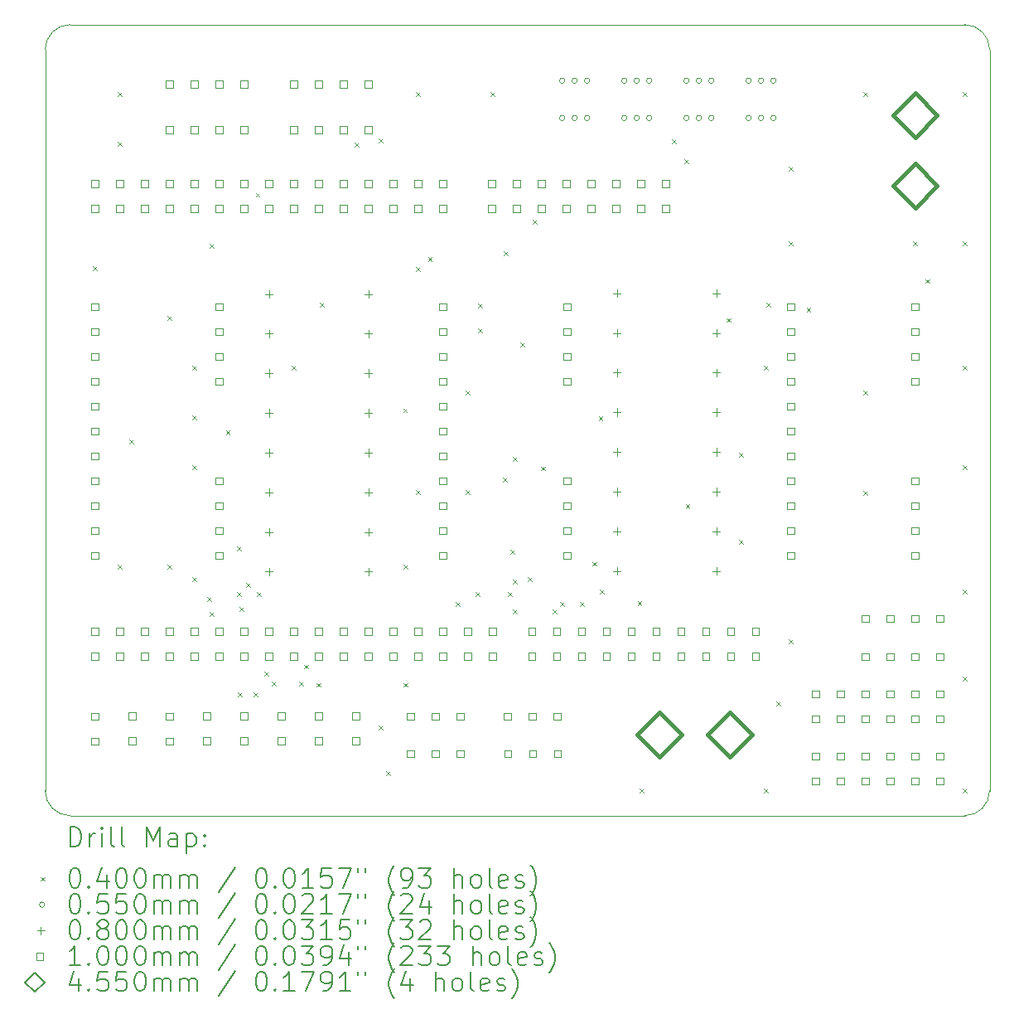
<source format=gbr>
%TF.GenerationSoftware,KiCad,Pcbnew,8.0.3*%
%TF.CreationDate,2025-02-18T22:17:29+09:00*%
%TF.ProjectId,F767ZI_MB_V1.2,46373637-5a49-45f4-9d42-5f56312e322e,rev?*%
%TF.SameCoordinates,Original*%
%TF.FileFunction,Drillmap*%
%TF.FilePolarity,Positive*%
%FSLAX45Y45*%
G04 Gerber Fmt 4.5, Leading zero omitted, Abs format (unit mm)*
G04 Created by KiCad (PCBNEW 8.0.3) date 2025-02-18 22:17:29*
%MOMM*%
%LPD*%
G01*
G04 APERTURE LIST*
%ADD10C,0.100000*%
%ADD11C,0.200000*%
%ADD12C,0.455000*%
G04 APERTURE END LIST*
D10*
X17018000Y-6249400D02*
X17018000Y-6350000D01*
X7366000Y-13716000D02*
X7366000Y-13818600D01*
X7620000Y-14072600D02*
G75*
G02*
X7366000Y-13818600I0J254000D01*
G01*
X17018000Y-13716000D02*
X17018000Y-13818600D01*
X7366000Y-13716000D02*
X7366000Y-6350000D01*
X16764000Y-5995400D02*
X7620000Y-5995400D01*
X7366000Y-6249400D02*
X7366000Y-6350000D01*
X16764000Y-5995400D02*
G75*
G02*
X17018000Y-6249400I0J-254000D01*
G01*
X7366000Y-6249400D02*
G75*
G02*
X7620000Y-5995400I254000J0D01*
G01*
X17018000Y-6350000D02*
X17018000Y-13716000D01*
X17018000Y-13818600D02*
G75*
G02*
X16764000Y-14072600I-254000J0D01*
G01*
X16764000Y-14072600D02*
X7620000Y-14072600D01*
D11*
D10*
X7854000Y-8464600D02*
X7894000Y-8504600D01*
X7894000Y-8464600D02*
X7854000Y-8504600D01*
X8108000Y-6686600D02*
X8148000Y-6726600D01*
X8148000Y-6686600D02*
X8108000Y-6726600D01*
X8108000Y-7194600D02*
X8148000Y-7234600D01*
X8148000Y-7194600D02*
X8108000Y-7234600D01*
X8108000Y-11512600D02*
X8148000Y-11552600D01*
X8148000Y-11512600D02*
X8108000Y-11552600D01*
X8225670Y-10231370D02*
X8265670Y-10271370D01*
X8265670Y-10231370D02*
X8225670Y-10271370D01*
X8616000Y-8972600D02*
X8656000Y-9012600D01*
X8656000Y-8972600D02*
X8616000Y-9012600D01*
X8616000Y-11512600D02*
X8656000Y-11552600D01*
X8656000Y-11512600D02*
X8616000Y-11552600D01*
X8870000Y-9480600D02*
X8910000Y-9520600D01*
X8910000Y-9480600D02*
X8870000Y-9520600D01*
X8870000Y-9988600D02*
X8910000Y-10028600D01*
X8910000Y-9988600D02*
X8870000Y-10028600D01*
X8870000Y-10496600D02*
X8910000Y-10536600D01*
X8910000Y-10496600D02*
X8870000Y-10536600D01*
X8870000Y-11639600D02*
X8910000Y-11679600D01*
X8910000Y-11639600D02*
X8870000Y-11679600D01*
X9022400Y-11842800D02*
X9062400Y-11882800D01*
X9062400Y-11842800D02*
X9022400Y-11882800D01*
X9047800Y-11991500D02*
X9087800Y-12031500D01*
X9087800Y-11991500D02*
X9047800Y-12031500D01*
X9049120Y-8235450D02*
X9089120Y-8275450D01*
X9089120Y-8235450D02*
X9049120Y-8275450D01*
X9213420Y-10138030D02*
X9253420Y-10178030D01*
X9253420Y-10138030D02*
X9213420Y-10178030D01*
X9327200Y-11325800D02*
X9367200Y-11365800D01*
X9367200Y-11325800D02*
X9327200Y-11365800D01*
X9327200Y-11792000D02*
X9367200Y-11832000D01*
X9367200Y-11792000D02*
X9327200Y-11832000D01*
X9333870Y-12813030D02*
X9373870Y-12853030D01*
X9373870Y-12813030D02*
X9333870Y-12853030D01*
X9352600Y-11944400D02*
X9392600Y-11984400D01*
X9392600Y-11944400D02*
X9352600Y-11984400D01*
X9422930Y-11694830D02*
X9462930Y-11734830D01*
X9462930Y-11694830D02*
X9422930Y-11734830D01*
X9495970Y-12817030D02*
X9535970Y-12857030D01*
X9535970Y-12817030D02*
X9495970Y-12857030D01*
X9518300Y-7713700D02*
X9558300Y-7753700D01*
X9558300Y-7713700D02*
X9518300Y-7753700D01*
X9530400Y-11792000D02*
X9570400Y-11832000D01*
X9570400Y-11792000D02*
X9530400Y-11832000D01*
X9606600Y-12604800D02*
X9646600Y-12644800D01*
X9646600Y-12604800D02*
X9606600Y-12644800D01*
X9682800Y-12706400D02*
X9722800Y-12746400D01*
X9722800Y-12706400D02*
X9682800Y-12746400D01*
X9886000Y-9480600D02*
X9926000Y-9520600D01*
X9926000Y-9480600D02*
X9886000Y-9520600D01*
X9962200Y-12706400D02*
X10002200Y-12746400D01*
X10002200Y-12706400D02*
X9962200Y-12746400D01*
X10013000Y-12532300D02*
X10053000Y-12572300D01*
X10053000Y-12532300D02*
X10013000Y-12572300D01*
X10140000Y-12716340D02*
X10180000Y-12756340D01*
X10180000Y-12716340D02*
X10140000Y-12756340D01*
X10172990Y-8838270D02*
X10212990Y-8878270D01*
X10212990Y-8838270D02*
X10172990Y-8878270D01*
X10528550Y-7204170D02*
X10568550Y-7244170D01*
X10568550Y-7204170D02*
X10528550Y-7244170D01*
X10773340Y-7160500D02*
X10813340Y-7200500D01*
X10813340Y-7160500D02*
X10773340Y-7200500D01*
X10775000Y-13154270D02*
X10815000Y-13194270D01*
X10815000Y-13154270D02*
X10775000Y-13194270D01*
X10851200Y-13620800D02*
X10891200Y-13660800D01*
X10891200Y-13620800D02*
X10851200Y-13660800D01*
X11023760Y-9915830D02*
X11063760Y-9955830D01*
X11063760Y-9915830D02*
X11023760Y-9955830D01*
X11028850Y-12716340D02*
X11068850Y-12756340D01*
X11068850Y-12716340D02*
X11028850Y-12756340D01*
X11029000Y-11512600D02*
X11069000Y-11552600D01*
X11069000Y-11512600D02*
X11029000Y-11552600D01*
X11156000Y-6686600D02*
X11196000Y-6726600D01*
X11196000Y-6686600D02*
X11156000Y-6726600D01*
X11156000Y-8471540D02*
X11196000Y-8511540D01*
X11196000Y-8471540D02*
X11156000Y-8511540D01*
X11156000Y-10750600D02*
X11196000Y-10790600D01*
X11196000Y-10750600D02*
X11156000Y-10790600D01*
X11278310Y-8372910D02*
X11318310Y-8412910D01*
X11318310Y-8372910D02*
X11278310Y-8412910D01*
X11562400Y-11893600D02*
X11602400Y-11933600D01*
X11602400Y-11893600D02*
X11562400Y-11933600D01*
X11664000Y-9734600D02*
X11704000Y-9774600D01*
X11704000Y-9734600D02*
X11664000Y-9774600D01*
X11664000Y-10750600D02*
X11704000Y-10790600D01*
X11704000Y-10750600D02*
X11664000Y-10790600D01*
X11765600Y-11792000D02*
X11805600Y-11832000D01*
X11805600Y-11792000D02*
X11765600Y-11832000D01*
X11791000Y-8845600D02*
X11831000Y-8885600D01*
X11831000Y-8845600D02*
X11791000Y-8885600D01*
X11791000Y-9099600D02*
X11831000Y-9139600D01*
X11831000Y-9099600D02*
X11791000Y-9139600D01*
X11918000Y-6686600D02*
X11958000Y-6726600D01*
X11958000Y-6686600D02*
X11918000Y-6726600D01*
X12045000Y-10623600D02*
X12085000Y-10663600D01*
X12085000Y-10623600D02*
X12045000Y-10663600D01*
X12055550Y-8308810D02*
X12095550Y-8348810D01*
X12095550Y-8308810D02*
X12055550Y-8348810D01*
X12095800Y-11792000D02*
X12135800Y-11832000D01*
X12135800Y-11792000D02*
X12095800Y-11832000D01*
X12121200Y-11360200D02*
X12161200Y-11400200D01*
X12161200Y-11360200D02*
X12121200Y-11400200D01*
X12146600Y-11665000D02*
X12186600Y-11705000D01*
X12186600Y-11665000D02*
X12146600Y-11705000D01*
X12146600Y-11969800D02*
X12186600Y-12009800D01*
X12186600Y-11969800D02*
X12146600Y-12009800D01*
X12148390Y-10409550D02*
X12188390Y-10449550D01*
X12188390Y-10409550D02*
X12148390Y-10449550D01*
X12221060Y-9243120D02*
X12261060Y-9283120D01*
X12261060Y-9243120D02*
X12221060Y-9283120D01*
X12299000Y-11639600D02*
X12339000Y-11679600D01*
X12339000Y-11639600D02*
X12299000Y-11679600D01*
X12346840Y-7991670D02*
X12386840Y-8031670D01*
X12386840Y-7991670D02*
X12346840Y-8031670D01*
X12435050Y-10507170D02*
X12475050Y-10547170D01*
X12475050Y-10507170D02*
X12435050Y-10547170D01*
X12553000Y-11969800D02*
X12593000Y-12009800D01*
X12593000Y-11969800D02*
X12553000Y-12009800D01*
X12626500Y-11893600D02*
X12666500Y-11933600D01*
X12666500Y-11893600D02*
X12626500Y-11933600D01*
X12832400Y-11893600D02*
X12872400Y-11933600D01*
X12872400Y-11893600D02*
X12832400Y-11933600D01*
X12959400Y-11481100D02*
X12999400Y-11521100D01*
X12999400Y-11481100D02*
X12959400Y-11521100D01*
X13022350Y-9994690D02*
X13062350Y-10034690D01*
X13062350Y-9994690D02*
X13022350Y-10034690D01*
X13035600Y-11762900D02*
X13075600Y-11802900D01*
X13075600Y-11762900D02*
X13035600Y-11802900D01*
X13419480Y-11881390D02*
X13459480Y-11921390D01*
X13459480Y-11881390D02*
X13419480Y-11921390D01*
X13442000Y-13798600D02*
X13482000Y-13838600D01*
X13482000Y-13798600D02*
X13442000Y-13838600D01*
X13772200Y-7169200D02*
X13812200Y-7209200D01*
X13812200Y-7169200D02*
X13772200Y-7209200D01*
X13899200Y-7372400D02*
X13939200Y-7412400D01*
X13939200Y-7372400D02*
X13899200Y-7412400D01*
X13910650Y-10890300D02*
X13950650Y-10930300D01*
X13950650Y-10890300D02*
X13910650Y-10930300D01*
X14328660Y-8991350D02*
X14368660Y-9031350D01*
X14368660Y-8991350D02*
X14328660Y-9031350D01*
X14458000Y-10369600D02*
X14498000Y-10409600D01*
X14498000Y-10369600D02*
X14458000Y-10409600D01*
X14458000Y-11258600D02*
X14498000Y-11298600D01*
X14498000Y-11258600D02*
X14458000Y-11298600D01*
X14712000Y-9480600D02*
X14752000Y-9520600D01*
X14752000Y-9480600D02*
X14712000Y-9520600D01*
X14712000Y-13798600D02*
X14752000Y-13838600D01*
X14752000Y-13798600D02*
X14712000Y-13838600D01*
X14734890Y-8835450D02*
X14774890Y-8875450D01*
X14774890Y-8835450D02*
X14734890Y-8875450D01*
X14839000Y-12909600D02*
X14879000Y-12949600D01*
X14879000Y-12909600D02*
X14839000Y-12949600D01*
X14966000Y-7448600D02*
X15006000Y-7488600D01*
X15006000Y-7448600D02*
X14966000Y-7488600D01*
X14966000Y-8210600D02*
X15006000Y-8250600D01*
X15006000Y-8210600D02*
X14966000Y-8250600D01*
X14966000Y-12274600D02*
X15006000Y-12314600D01*
X15006000Y-12274600D02*
X14966000Y-12314600D01*
X15148690Y-8888380D02*
X15188690Y-8928380D01*
X15188690Y-8888380D02*
X15148690Y-8928380D01*
X15728000Y-6686600D02*
X15768000Y-6726600D01*
X15768000Y-6686600D02*
X15728000Y-6726600D01*
X15728000Y-9734600D02*
X15768000Y-9774600D01*
X15768000Y-9734600D02*
X15728000Y-9774600D01*
X15728000Y-10756230D02*
X15768000Y-10796230D01*
X15768000Y-10756230D02*
X15728000Y-10796230D01*
X16236000Y-8210600D02*
X16276000Y-8250600D01*
X16276000Y-8210600D02*
X16236000Y-8250600D01*
X16360335Y-8594265D02*
X16400335Y-8634265D01*
X16400335Y-8594265D02*
X16360335Y-8634265D01*
X16744000Y-6686600D02*
X16784000Y-6726600D01*
X16784000Y-6686600D02*
X16744000Y-6726600D01*
X16744000Y-8210600D02*
X16784000Y-8250600D01*
X16784000Y-8210600D02*
X16744000Y-8250600D01*
X16744000Y-9480600D02*
X16784000Y-9520600D01*
X16784000Y-9480600D02*
X16744000Y-9520600D01*
X16744000Y-10496600D02*
X16784000Y-10536600D01*
X16784000Y-10496600D02*
X16744000Y-10536600D01*
X16744000Y-11766600D02*
X16784000Y-11806600D01*
X16784000Y-11766600D02*
X16744000Y-11806600D01*
X16744000Y-12655600D02*
X16784000Y-12695600D01*
X16784000Y-12655600D02*
X16744000Y-12695600D01*
X16744000Y-13798600D02*
X16784000Y-13838600D01*
X16784000Y-13798600D02*
X16744000Y-13838600D01*
X12676700Y-6567500D02*
G75*
G02*
X12621700Y-6567500I-27500J0D01*
G01*
X12621700Y-6567500D02*
G75*
G02*
X12676700Y-6567500I27500J0D01*
G01*
X12676700Y-6948500D02*
G75*
G02*
X12621700Y-6948500I-27500J0D01*
G01*
X12621700Y-6948500D02*
G75*
G02*
X12676700Y-6948500I27500J0D01*
G01*
X12803700Y-6567500D02*
G75*
G02*
X12748700Y-6567500I-27500J0D01*
G01*
X12748700Y-6567500D02*
G75*
G02*
X12803700Y-6567500I27500J0D01*
G01*
X12803700Y-6948500D02*
G75*
G02*
X12748700Y-6948500I-27500J0D01*
G01*
X12748700Y-6948500D02*
G75*
G02*
X12803700Y-6948500I27500J0D01*
G01*
X12930700Y-6567500D02*
G75*
G02*
X12875700Y-6567500I-27500J0D01*
G01*
X12875700Y-6567500D02*
G75*
G02*
X12930700Y-6567500I27500J0D01*
G01*
X12930700Y-6948500D02*
G75*
G02*
X12875700Y-6948500I-27500J0D01*
G01*
X12875700Y-6948500D02*
G75*
G02*
X12930700Y-6948500I27500J0D01*
G01*
X13311700Y-6567500D02*
G75*
G02*
X13256700Y-6567500I-27500J0D01*
G01*
X13256700Y-6567500D02*
G75*
G02*
X13311700Y-6567500I27500J0D01*
G01*
X13311700Y-6948500D02*
G75*
G02*
X13256700Y-6948500I-27500J0D01*
G01*
X13256700Y-6948500D02*
G75*
G02*
X13311700Y-6948500I27500J0D01*
G01*
X13438700Y-6567500D02*
G75*
G02*
X13383700Y-6567500I-27500J0D01*
G01*
X13383700Y-6567500D02*
G75*
G02*
X13438700Y-6567500I27500J0D01*
G01*
X13438700Y-6948500D02*
G75*
G02*
X13383700Y-6948500I-27500J0D01*
G01*
X13383700Y-6948500D02*
G75*
G02*
X13438700Y-6948500I27500J0D01*
G01*
X13565700Y-6567500D02*
G75*
G02*
X13510700Y-6567500I-27500J0D01*
G01*
X13510700Y-6567500D02*
G75*
G02*
X13565700Y-6567500I27500J0D01*
G01*
X13565700Y-6948500D02*
G75*
G02*
X13510700Y-6948500I-27500J0D01*
G01*
X13510700Y-6948500D02*
G75*
G02*
X13565700Y-6948500I27500J0D01*
G01*
X13946700Y-6567500D02*
G75*
G02*
X13891700Y-6567500I-27500J0D01*
G01*
X13891700Y-6567500D02*
G75*
G02*
X13946700Y-6567500I27500J0D01*
G01*
X13946700Y-6948500D02*
G75*
G02*
X13891700Y-6948500I-27500J0D01*
G01*
X13891700Y-6948500D02*
G75*
G02*
X13946700Y-6948500I27500J0D01*
G01*
X14073700Y-6567500D02*
G75*
G02*
X14018700Y-6567500I-27500J0D01*
G01*
X14018700Y-6567500D02*
G75*
G02*
X14073700Y-6567500I27500J0D01*
G01*
X14073700Y-6948500D02*
G75*
G02*
X14018700Y-6948500I-27500J0D01*
G01*
X14018700Y-6948500D02*
G75*
G02*
X14073700Y-6948500I27500J0D01*
G01*
X14200700Y-6567500D02*
G75*
G02*
X14145700Y-6567500I-27500J0D01*
G01*
X14145700Y-6567500D02*
G75*
G02*
X14200700Y-6567500I27500J0D01*
G01*
X14200700Y-6948500D02*
G75*
G02*
X14145700Y-6948500I-27500J0D01*
G01*
X14145700Y-6948500D02*
G75*
G02*
X14200700Y-6948500I27500J0D01*
G01*
X14581700Y-6567500D02*
G75*
G02*
X14526700Y-6567500I-27500J0D01*
G01*
X14526700Y-6567500D02*
G75*
G02*
X14581700Y-6567500I27500J0D01*
G01*
X14581700Y-6948500D02*
G75*
G02*
X14526700Y-6948500I-27500J0D01*
G01*
X14526700Y-6948500D02*
G75*
G02*
X14581700Y-6948500I27500J0D01*
G01*
X14708700Y-6567500D02*
G75*
G02*
X14653700Y-6567500I-27500J0D01*
G01*
X14653700Y-6567500D02*
G75*
G02*
X14708700Y-6567500I27500J0D01*
G01*
X14708700Y-6948500D02*
G75*
G02*
X14653700Y-6948500I-27500J0D01*
G01*
X14653700Y-6948500D02*
G75*
G02*
X14708700Y-6948500I27500J0D01*
G01*
X14835700Y-6567500D02*
G75*
G02*
X14780700Y-6567500I-27500J0D01*
G01*
X14780700Y-6567500D02*
G75*
G02*
X14835700Y-6567500I27500J0D01*
G01*
X14835700Y-6948500D02*
G75*
G02*
X14780700Y-6948500I-27500J0D01*
G01*
X14780700Y-6948500D02*
G75*
G02*
X14835700Y-6948500I27500J0D01*
G01*
X9652000Y-8705600D02*
X9652000Y-8785600D01*
X9612000Y-8745600D02*
X9692000Y-8745600D01*
X9652000Y-9110600D02*
X9652000Y-9190600D01*
X9612000Y-9150600D02*
X9692000Y-9150600D01*
X9652000Y-9515600D02*
X9652000Y-9595600D01*
X9612000Y-9555600D02*
X9692000Y-9555600D01*
X9652000Y-9920600D02*
X9652000Y-10000600D01*
X9612000Y-9960600D02*
X9692000Y-9960600D01*
X9652000Y-10325600D02*
X9652000Y-10405600D01*
X9612000Y-10365600D02*
X9692000Y-10365600D01*
X9652000Y-10730600D02*
X9652000Y-10810600D01*
X9612000Y-10770600D02*
X9692000Y-10770600D01*
X9652000Y-11135600D02*
X9652000Y-11215600D01*
X9612000Y-11175600D02*
X9692000Y-11175600D01*
X9652000Y-11540600D02*
X9652000Y-11620600D01*
X9612000Y-11580600D02*
X9692000Y-11580600D01*
X10668000Y-8705600D02*
X10668000Y-8785600D01*
X10628000Y-8745600D02*
X10708000Y-8745600D01*
X10668000Y-9110600D02*
X10668000Y-9190600D01*
X10628000Y-9150600D02*
X10708000Y-9150600D01*
X10668000Y-9515600D02*
X10668000Y-9595600D01*
X10628000Y-9555600D02*
X10708000Y-9555600D01*
X10668000Y-9920600D02*
X10668000Y-10000600D01*
X10628000Y-9960600D02*
X10708000Y-9960600D01*
X10668000Y-10325600D02*
X10668000Y-10405600D01*
X10628000Y-10365600D02*
X10708000Y-10365600D01*
X10668000Y-10730600D02*
X10668000Y-10810600D01*
X10628000Y-10770600D02*
X10708000Y-10770600D01*
X10668000Y-11135600D02*
X10668000Y-11215600D01*
X10628000Y-11175600D02*
X10708000Y-11175600D01*
X10668000Y-11540600D02*
X10668000Y-11620600D01*
X10628000Y-11580600D02*
X10708000Y-11580600D01*
X13208000Y-8698600D02*
X13208000Y-8778600D01*
X13168000Y-8738600D02*
X13248000Y-8738600D01*
X13208000Y-9103600D02*
X13208000Y-9183600D01*
X13168000Y-9143600D02*
X13248000Y-9143600D01*
X13208000Y-9508600D02*
X13208000Y-9588600D01*
X13168000Y-9548600D02*
X13248000Y-9548600D01*
X13208000Y-9913600D02*
X13208000Y-9993600D01*
X13168000Y-9953600D02*
X13248000Y-9953600D01*
X13208000Y-10318600D02*
X13208000Y-10398600D01*
X13168000Y-10358600D02*
X13248000Y-10358600D01*
X13208000Y-10723600D02*
X13208000Y-10803600D01*
X13168000Y-10763600D02*
X13248000Y-10763600D01*
X13208000Y-11128600D02*
X13208000Y-11208600D01*
X13168000Y-11168600D02*
X13248000Y-11168600D01*
X13208000Y-11533600D02*
X13208000Y-11613600D01*
X13168000Y-11573600D02*
X13248000Y-11573600D01*
X14224000Y-8698600D02*
X14224000Y-8778600D01*
X14184000Y-8738600D02*
X14264000Y-8738600D01*
X14224000Y-9103600D02*
X14224000Y-9183600D01*
X14184000Y-9143600D02*
X14264000Y-9143600D01*
X14224000Y-9508600D02*
X14224000Y-9588600D01*
X14184000Y-9548600D02*
X14264000Y-9548600D01*
X14224000Y-9913600D02*
X14224000Y-9993600D01*
X14184000Y-9953600D02*
X14264000Y-9953600D01*
X14224000Y-10318600D02*
X14224000Y-10398600D01*
X14184000Y-10358600D02*
X14264000Y-10358600D01*
X14224000Y-10723600D02*
X14224000Y-10803600D01*
X14184000Y-10763600D02*
X14264000Y-10763600D01*
X14224000Y-11128600D02*
X14224000Y-11208600D01*
X14184000Y-11168600D02*
X14264000Y-11168600D01*
X14224000Y-11533600D02*
X14224000Y-11613600D01*
X14184000Y-11573600D02*
X14264000Y-11573600D01*
X7909356Y-7655356D02*
X7909356Y-7584644D01*
X7838644Y-7584644D01*
X7838644Y-7655356D01*
X7909356Y-7655356D01*
X7909356Y-7909356D02*
X7909356Y-7838644D01*
X7838644Y-7838644D01*
X7838644Y-7909356D01*
X7909356Y-7909356D01*
X7909356Y-8913656D02*
X7909356Y-8842944D01*
X7838644Y-8842944D01*
X7838644Y-8913656D01*
X7909356Y-8913656D01*
X7909356Y-9167656D02*
X7909356Y-9096944D01*
X7838644Y-9096944D01*
X7838644Y-9167656D01*
X7909356Y-9167656D01*
X7909356Y-9421656D02*
X7909356Y-9350944D01*
X7838644Y-9350944D01*
X7838644Y-9421656D01*
X7909356Y-9421656D01*
X7909356Y-9675656D02*
X7909356Y-9604944D01*
X7838644Y-9604944D01*
X7838644Y-9675656D01*
X7909356Y-9675656D01*
X7909356Y-9929656D02*
X7909356Y-9858944D01*
X7838644Y-9858944D01*
X7838644Y-9929656D01*
X7909356Y-9929656D01*
X7909356Y-10183656D02*
X7909356Y-10112944D01*
X7838644Y-10112944D01*
X7838644Y-10183656D01*
X7909356Y-10183656D01*
X7909356Y-10437656D02*
X7909356Y-10366944D01*
X7838644Y-10366944D01*
X7838644Y-10437656D01*
X7909356Y-10437656D01*
X7909356Y-10691656D02*
X7909356Y-10620944D01*
X7838644Y-10620944D01*
X7838644Y-10691656D01*
X7909356Y-10691656D01*
X7909356Y-10945656D02*
X7909356Y-10874944D01*
X7838644Y-10874944D01*
X7838644Y-10945656D01*
X7909356Y-10945656D01*
X7909356Y-11199656D02*
X7909356Y-11128944D01*
X7838644Y-11128944D01*
X7838644Y-11199656D01*
X7909356Y-11199656D01*
X7909356Y-11453656D02*
X7909356Y-11382944D01*
X7838644Y-11382944D01*
X7838644Y-11453656D01*
X7909356Y-11453656D01*
X7909356Y-12227356D02*
X7909356Y-12156644D01*
X7838644Y-12156644D01*
X7838644Y-12227356D01*
X7909356Y-12227356D01*
X7909356Y-12481356D02*
X7909356Y-12410644D01*
X7838644Y-12410644D01*
X7838644Y-12481356D01*
X7909356Y-12481356D01*
X7909356Y-13091956D02*
X7909356Y-13021244D01*
X7838644Y-13021244D01*
X7838644Y-13091956D01*
X7909356Y-13091956D01*
X7909356Y-13345956D02*
X7909356Y-13275244D01*
X7838644Y-13275244D01*
X7838644Y-13345956D01*
X7909356Y-13345956D01*
X8163356Y-7655356D02*
X8163356Y-7584644D01*
X8092644Y-7584644D01*
X8092644Y-7655356D01*
X8163356Y-7655356D01*
X8163356Y-7909356D02*
X8163356Y-7838644D01*
X8092644Y-7838644D01*
X8092644Y-7909356D01*
X8163356Y-7909356D01*
X8163356Y-12227356D02*
X8163356Y-12156644D01*
X8092644Y-12156644D01*
X8092644Y-12227356D01*
X8163356Y-12227356D01*
X8163356Y-12481356D02*
X8163356Y-12410644D01*
X8092644Y-12410644D01*
X8092644Y-12481356D01*
X8163356Y-12481356D01*
X8290356Y-13091456D02*
X8290356Y-13020744D01*
X8219644Y-13020744D01*
X8219644Y-13091456D01*
X8290356Y-13091456D01*
X8290356Y-13345456D02*
X8290356Y-13274744D01*
X8219644Y-13274744D01*
X8219644Y-13345456D01*
X8290356Y-13345456D01*
X8417356Y-7655356D02*
X8417356Y-7584644D01*
X8346644Y-7584644D01*
X8346644Y-7655356D01*
X8417356Y-7655356D01*
X8417356Y-7909356D02*
X8417356Y-7838644D01*
X8346644Y-7838644D01*
X8346644Y-7909356D01*
X8417356Y-7909356D01*
X8417356Y-12227356D02*
X8417356Y-12156644D01*
X8346644Y-12156644D01*
X8346644Y-12227356D01*
X8417356Y-12227356D01*
X8417356Y-12481356D02*
X8417356Y-12410644D01*
X8346644Y-12410644D01*
X8346644Y-12481356D01*
X8417356Y-12481356D01*
X8671356Y-6639356D02*
X8671356Y-6568644D01*
X8600644Y-6568644D01*
X8600644Y-6639356D01*
X8671356Y-6639356D01*
X8671356Y-7104356D02*
X8671356Y-7033644D01*
X8600644Y-7033644D01*
X8600644Y-7104356D01*
X8671356Y-7104356D01*
X8671356Y-7655356D02*
X8671356Y-7584644D01*
X8600644Y-7584644D01*
X8600644Y-7655356D01*
X8671356Y-7655356D01*
X8671356Y-7909356D02*
X8671356Y-7838644D01*
X8600644Y-7838644D01*
X8600644Y-7909356D01*
X8671356Y-7909356D01*
X8671356Y-12227356D02*
X8671356Y-12156644D01*
X8600644Y-12156644D01*
X8600644Y-12227356D01*
X8671356Y-12227356D01*
X8671356Y-12481356D02*
X8671356Y-12410644D01*
X8600644Y-12410644D01*
X8600644Y-12481356D01*
X8671356Y-12481356D01*
X8671356Y-13091956D02*
X8671356Y-13021244D01*
X8600644Y-13021244D01*
X8600644Y-13091956D01*
X8671356Y-13091956D01*
X8671356Y-13345956D02*
X8671356Y-13275244D01*
X8600644Y-13275244D01*
X8600644Y-13345956D01*
X8671356Y-13345956D01*
X8925356Y-6639356D02*
X8925356Y-6568644D01*
X8854644Y-6568644D01*
X8854644Y-6639356D01*
X8925356Y-6639356D01*
X8925356Y-7104356D02*
X8925356Y-7033644D01*
X8854644Y-7033644D01*
X8854644Y-7104356D01*
X8925356Y-7104356D01*
X8925356Y-7655356D02*
X8925356Y-7584644D01*
X8854644Y-7584644D01*
X8854644Y-7655356D01*
X8925356Y-7655356D01*
X8925356Y-7909356D02*
X8925356Y-7838644D01*
X8854644Y-7838644D01*
X8854644Y-7909356D01*
X8925356Y-7909356D01*
X8925356Y-12227356D02*
X8925356Y-12156644D01*
X8854644Y-12156644D01*
X8854644Y-12227356D01*
X8925356Y-12227356D01*
X8925356Y-12481356D02*
X8925356Y-12410644D01*
X8854644Y-12410644D01*
X8854644Y-12481356D01*
X8925356Y-12481356D01*
X9052356Y-13091456D02*
X9052356Y-13020744D01*
X8981644Y-13020744D01*
X8981644Y-13091456D01*
X9052356Y-13091456D01*
X9052356Y-13345456D02*
X9052356Y-13274744D01*
X8981644Y-13274744D01*
X8981644Y-13345456D01*
X9052356Y-13345456D01*
X9179356Y-6639356D02*
X9179356Y-6568644D01*
X9108644Y-6568644D01*
X9108644Y-6639356D01*
X9179356Y-6639356D01*
X9179356Y-7104356D02*
X9179356Y-7033644D01*
X9108644Y-7033644D01*
X9108644Y-7104356D01*
X9179356Y-7104356D01*
X9179356Y-7655356D02*
X9179356Y-7584644D01*
X9108644Y-7584644D01*
X9108644Y-7655356D01*
X9179356Y-7655356D01*
X9179356Y-7909356D02*
X9179356Y-7838644D01*
X9108644Y-7838644D01*
X9108644Y-7909356D01*
X9179356Y-7909356D01*
X9179356Y-8913656D02*
X9179356Y-8842944D01*
X9108644Y-8842944D01*
X9108644Y-8913656D01*
X9179356Y-8913656D01*
X9179356Y-9167656D02*
X9179356Y-9096944D01*
X9108644Y-9096944D01*
X9108644Y-9167656D01*
X9179356Y-9167656D01*
X9179356Y-9421656D02*
X9179356Y-9350944D01*
X9108644Y-9350944D01*
X9108644Y-9421656D01*
X9179356Y-9421656D01*
X9179356Y-9675656D02*
X9179356Y-9604944D01*
X9108644Y-9604944D01*
X9108644Y-9675656D01*
X9179356Y-9675656D01*
X9179356Y-10691656D02*
X9179356Y-10620944D01*
X9108644Y-10620944D01*
X9108644Y-10691656D01*
X9179356Y-10691656D01*
X9179356Y-10945656D02*
X9179356Y-10874944D01*
X9108644Y-10874944D01*
X9108644Y-10945656D01*
X9179356Y-10945656D01*
X9179356Y-11199656D02*
X9179356Y-11128944D01*
X9108644Y-11128944D01*
X9108644Y-11199656D01*
X9179356Y-11199656D01*
X9179356Y-11453656D02*
X9179356Y-11382944D01*
X9108644Y-11382944D01*
X9108644Y-11453656D01*
X9179356Y-11453656D01*
X9179356Y-12227356D02*
X9179356Y-12156644D01*
X9108644Y-12156644D01*
X9108644Y-12227356D01*
X9179356Y-12227356D01*
X9179356Y-12481356D02*
X9179356Y-12410644D01*
X9108644Y-12410644D01*
X9108644Y-12481356D01*
X9179356Y-12481356D01*
X9433356Y-6639356D02*
X9433356Y-6568644D01*
X9362644Y-6568644D01*
X9362644Y-6639356D01*
X9433356Y-6639356D01*
X9433356Y-7104356D02*
X9433356Y-7033644D01*
X9362644Y-7033644D01*
X9362644Y-7104356D01*
X9433356Y-7104356D01*
X9433356Y-7655356D02*
X9433356Y-7584644D01*
X9362644Y-7584644D01*
X9362644Y-7655356D01*
X9433356Y-7655356D01*
X9433356Y-7909356D02*
X9433356Y-7838644D01*
X9362644Y-7838644D01*
X9362644Y-7909356D01*
X9433356Y-7909356D01*
X9433356Y-12227356D02*
X9433356Y-12156644D01*
X9362644Y-12156644D01*
X9362644Y-12227356D01*
X9433356Y-12227356D01*
X9433356Y-12481356D02*
X9433356Y-12410644D01*
X9362644Y-12410644D01*
X9362644Y-12481356D01*
X9433356Y-12481356D01*
X9433356Y-13091456D02*
X9433356Y-13020744D01*
X9362644Y-13020744D01*
X9362644Y-13091456D01*
X9433356Y-13091456D01*
X9433356Y-13345456D02*
X9433356Y-13274744D01*
X9362644Y-13274744D01*
X9362644Y-13345456D01*
X9433356Y-13345456D01*
X9687356Y-7655356D02*
X9687356Y-7584644D01*
X9616644Y-7584644D01*
X9616644Y-7655356D01*
X9687356Y-7655356D01*
X9687356Y-7909356D02*
X9687356Y-7838644D01*
X9616644Y-7838644D01*
X9616644Y-7909356D01*
X9687356Y-7909356D01*
X9687356Y-12227356D02*
X9687356Y-12156644D01*
X9616644Y-12156644D01*
X9616644Y-12227356D01*
X9687356Y-12227356D01*
X9687356Y-12481356D02*
X9687356Y-12410644D01*
X9616644Y-12410644D01*
X9616644Y-12481356D01*
X9687356Y-12481356D01*
X9814356Y-13091456D02*
X9814356Y-13020744D01*
X9743644Y-13020744D01*
X9743644Y-13091456D01*
X9814356Y-13091456D01*
X9814356Y-13345456D02*
X9814356Y-13274744D01*
X9743644Y-13274744D01*
X9743644Y-13345456D01*
X9814356Y-13345456D01*
X9941356Y-6639356D02*
X9941356Y-6568644D01*
X9870644Y-6568644D01*
X9870644Y-6639356D01*
X9941356Y-6639356D01*
X9941356Y-7104356D02*
X9941356Y-7033644D01*
X9870644Y-7033644D01*
X9870644Y-7104356D01*
X9941356Y-7104356D01*
X9941356Y-7655356D02*
X9941356Y-7584644D01*
X9870644Y-7584644D01*
X9870644Y-7655356D01*
X9941356Y-7655356D01*
X9941356Y-7909356D02*
X9941356Y-7838644D01*
X9870644Y-7838644D01*
X9870644Y-7909356D01*
X9941356Y-7909356D01*
X9941356Y-12227356D02*
X9941356Y-12156644D01*
X9870644Y-12156644D01*
X9870644Y-12227356D01*
X9941356Y-12227356D01*
X9941356Y-12481356D02*
X9941356Y-12410644D01*
X9870644Y-12410644D01*
X9870644Y-12481356D01*
X9941356Y-12481356D01*
X10195356Y-6639356D02*
X10195356Y-6568644D01*
X10124644Y-6568644D01*
X10124644Y-6639356D01*
X10195356Y-6639356D01*
X10195356Y-7104356D02*
X10195356Y-7033644D01*
X10124644Y-7033644D01*
X10124644Y-7104356D01*
X10195356Y-7104356D01*
X10195356Y-7655356D02*
X10195356Y-7584644D01*
X10124644Y-7584644D01*
X10124644Y-7655356D01*
X10195356Y-7655356D01*
X10195356Y-7909356D02*
X10195356Y-7838644D01*
X10124644Y-7838644D01*
X10124644Y-7909356D01*
X10195356Y-7909356D01*
X10195356Y-12227356D02*
X10195356Y-12156644D01*
X10124644Y-12156644D01*
X10124644Y-12227356D01*
X10195356Y-12227356D01*
X10195356Y-12481356D02*
X10195356Y-12410644D01*
X10124644Y-12410644D01*
X10124644Y-12481356D01*
X10195356Y-12481356D01*
X10195356Y-13091456D02*
X10195356Y-13020744D01*
X10124644Y-13020744D01*
X10124644Y-13091456D01*
X10195356Y-13091456D01*
X10195356Y-13345456D02*
X10195356Y-13274744D01*
X10124644Y-13274744D01*
X10124644Y-13345456D01*
X10195356Y-13345456D01*
X10449356Y-6639356D02*
X10449356Y-6568644D01*
X10378644Y-6568644D01*
X10378644Y-6639356D01*
X10449356Y-6639356D01*
X10449356Y-7104356D02*
X10449356Y-7033644D01*
X10378644Y-7033644D01*
X10378644Y-7104356D01*
X10449356Y-7104356D01*
X10449356Y-7655356D02*
X10449356Y-7584644D01*
X10378644Y-7584644D01*
X10378644Y-7655356D01*
X10449356Y-7655356D01*
X10449356Y-7909356D02*
X10449356Y-7838644D01*
X10378644Y-7838644D01*
X10378644Y-7909356D01*
X10449356Y-7909356D01*
X10449356Y-12227356D02*
X10449356Y-12156644D01*
X10378644Y-12156644D01*
X10378644Y-12227356D01*
X10449356Y-12227356D01*
X10449356Y-12481356D02*
X10449356Y-12410644D01*
X10378644Y-12410644D01*
X10378644Y-12481356D01*
X10449356Y-12481356D01*
X10576356Y-13091456D02*
X10576356Y-13020744D01*
X10505644Y-13020744D01*
X10505644Y-13091456D01*
X10576356Y-13091456D01*
X10576356Y-13345456D02*
X10576356Y-13274744D01*
X10505644Y-13274744D01*
X10505644Y-13345456D01*
X10576356Y-13345456D01*
X10703356Y-6639356D02*
X10703356Y-6568644D01*
X10632644Y-6568644D01*
X10632644Y-6639356D01*
X10703356Y-6639356D01*
X10703356Y-7104356D02*
X10703356Y-7033644D01*
X10632644Y-7033644D01*
X10632644Y-7104356D01*
X10703356Y-7104356D01*
X10703356Y-7655356D02*
X10703356Y-7584644D01*
X10632644Y-7584644D01*
X10632644Y-7655356D01*
X10703356Y-7655356D01*
X10703356Y-7909356D02*
X10703356Y-7838644D01*
X10632644Y-7838644D01*
X10632644Y-7909356D01*
X10703356Y-7909356D01*
X10703356Y-12227356D02*
X10703356Y-12156644D01*
X10632644Y-12156644D01*
X10632644Y-12227356D01*
X10703356Y-12227356D01*
X10703356Y-12481356D02*
X10703356Y-12410644D01*
X10632644Y-12410644D01*
X10632644Y-12481356D01*
X10703356Y-12481356D01*
X10957356Y-7655356D02*
X10957356Y-7584644D01*
X10886644Y-7584644D01*
X10886644Y-7655356D01*
X10957356Y-7655356D01*
X10957356Y-7909356D02*
X10957356Y-7838644D01*
X10886644Y-7838644D01*
X10886644Y-7909356D01*
X10957356Y-7909356D01*
X10957356Y-12227356D02*
X10957356Y-12156644D01*
X10886644Y-12156644D01*
X10886644Y-12227356D01*
X10957356Y-12227356D01*
X10957356Y-12481356D02*
X10957356Y-12410644D01*
X10886644Y-12410644D01*
X10886644Y-12481356D01*
X10957356Y-12481356D01*
X11135156Y-13091956D02*
X11135156Y-13021244D01*
X11064444Y-13021244D01*
X11064444Y-13091956D01*
X11135156Y-13091956D01*
X11135156Y-13472956D02*
X11135156Y-13402244D01*
X11064444Y-13402244D01*
X11064444Y-13472956D01*
X11135156Y-13472956D01*
X11211356Y-7655356D02*
X11211356Y-7584644D01*
X11140644Y-7584644D01*
X11140644Y-7655356D01*
X11211356Y-7655356D01*
X11211356Y-7909356D02*
X11211356Y-7838644D01*
X11140644Y-7838644D01*
X11140644Y-7909356D01*
X11211356Y-7909356D01*
X11211356Y-12227356D02*
X11211356Y-12156644D01*
X11140644Y-12156644D01*
X11140644Y-12227356D01*
X11211356Y-12227356D01*
X11211356Y-12481356D02*
X11211356Y-12410644D01*
X11140644Y-12410644D01*
X11140644Y-12481356D01*
X11211356Y-12481356D01*
X11389156Y-13091956D02*
X11389156Y-13021244D01*
X11318444Y-13021244D01*
X11318444Y-13091956D01*
X11389156Y-13091956D01*
X11389156Y-13472956D02*
X11389156Y-13402244D01*
X11318444Y-13402244D01*
X11318444Y-13472956D01*
X11389156Y-13472956D01*
X11465356Y-7655356D02*
X11465356Y-7584644D01*
X11394644Y-7584644D01*
X11394644Y-7655356D01*
X11465356Y-7655356D01*
X11465356Y-7909356D02*
X11465356Y-7838644D01*
X11394644Y-7838644D01*
X11394644Y-7909356D01*
X11465356Y-7909356D01*
X11465356Y-8913656D02*
X11465356Y-8842944D01*
X11394644Y-8842944D01*
X11394644Y-8913656D01*
X11465356Y-8913656D01*
X11465356Y-9167656D02*
X11465356Y-9096944D01*
X11394644Y-9096944D01*
X11394644Y-9167656D01*
X11465356Y-9167656D01*
X11465356Y-9421656D02*
X11465356Y-9350944D01*
X11394644Y-9350944D01*
X11394644Y-9421656D01*
X11465356Y-9421656D01*
X11465356Y-9675656D02*
X11465356Y-9604944D01*
X11394644Y-9604944D01*
X11394644Y-9675656D01*
X11465356Y-9675656D01*
X11465356Y-9929656D02*
X11465356Y-9858944D01*
X11394644Y-9858944D01*
X11394644Y-9929656D01*
X11465356Y-9929656D01*
X11465356Y-10183656D02*
X11465356Y-10112944D01*
X11394644Y-10112944D01*
X11394644Y-10183656D01*
X11465356Y-10183656D01*
X11465356Y-10437656D02*
X11465356Y-10366944D01*
X11394644Y-10366944D01*
X11394644Y-10437656D01*
X11465356Y-10437656D01*
X11465356Y-10691656D02*
X11465356Y-10620944D01*
X11394644Y-10620944D01*
X11394644Y-10691656D01*
X11465356Y-10691656D01*
X11465356Y-10945656D02*
X11465356Y-10874944D01*
X11394644Y-10874944D01*
X11394644Y-10945656D01*
X11465356Y-10945656D01*
X11465356Y-11199656D02*
X11465356Y-11128944D01*
X11394644Y-11128944D01*
X11394644Y-11199656D01*
X11465356Y-11199656D01*
X11465356Y-11453656D02*
X11465356Y-11382944D01*
X11394644Y-11382944D01*
X11394644Y-11453656D01*
X11465356Y-11453656D01*
X11465356Y-12227356D02*
X11465356Y-12156644D01*
X11394644Y-12156644D01*
X11394644Y-12227356D01*
X11465356Y-12227356D01*
X11465356Y-12481356D02*
X11465356Y-12410644D01*
X11394644Y-12410644D01*
X11394644Y-12481356D01*
X11465356Y-12481356D01*
X11643156Y-13091956D02*
X11643156Y-13021244D01*
X11572444Y-13021244D01*
X11572444Y-13091956D01*
X11643156Y-13091956D01*
X11643156Y-13472956D02*
X11643156Y-13402244D01*
X11572444Y-13402244D01*
X11572444Y-13472956D01*
X11643156Y-13472956D01*
X11719356Y-12227356D02*
X11719356Y-12156644D01*
X11648644Y-12156644D01*
X11648644Y-12227356D01*
X11719356Y-12227356D01*
X11719356Y-12481356D02*
X11719356Y-12410644D01*
X11648644Y-12410644D01*
X11648644Y-12481356D01*
X11719356Y-12481356D01*
X11965356Y-7655356D02*
X11965356Y-7584644D01*
X11894644Y-7584644D01*
X11894644Y-7655356D01*
X11965356Y-7655356D01*
X11965356Y-7909356D02*
X11965356Y-7838644D01*
X11894644Y-7838644D01*
X11894644Y-7909356D01*
X11965356Y-7909356D01*
X11973356Y-12227356D02*
X11973356Y-12156644D01*
X11902644Y-12156644D01*
X11902644Y-12227356D01*
X11973356Y-12227356D01*
X11973356Y-12481356D02*
X11973356Y-12410644D01*
X11902644Y-12410644D01*
X11902644Y-12481356D01*
X11973356Y-12481356D01*
X12125756Y-13091956D02*
X12125756Y-13021244D01*
X12055044Y-13021244D01*
X12055044Y-13091956D01*
X12125756Y-13091956D01*
X12127256Y-13472956D02*
X12127256Y-13402244D01*
X12056544Y-13402244D01*
X12056544Y-13472956D01*
X12127256Y-13472956D01*
X12219356Y-7655356D02*
X12219356Y-7584644D01*
X12148644Y-7584644D01*
X12148644Y-7655356D01*
X12219356Y-7655356D01*
X12219356Y-7909356D02*
X12219356Y-7838644D01*
X12148644Y-7838644D01*
X12148644Y-7909356D01*
X12219356Y-7909356D01*
X12373356Y-12227356D02*
X12373356Y-12156644D01*
X12302644Y-12156644D01*
X12302644Y-12227356D01*
X12373356Y-12227356D01*
X12373356Y-12481356D02*
X12373356Y-12410644D01*
X12302644Y-12410644D01*
X12302644Y-12481356D01*
X12373356Y-12481356D01*
X12379756Y-13091956D02*
X12379756Y-13021244D01*
X12309044Y-13021244D01*
X12309044Y-13091956D01*
X12379756Y-13091956D01*
X12381256Y-13472956D02*
X12381256Y-13402244D01*
X12310544Y-13402244D01*
X12310544Y-13472956D01*
X12381256Y-13472956D01*
X12473356Y-7655356D02*
X12473356Y-7584644D01*
X12402644Y-7584644D01*
X12402644Y-7655356D01*
X12473356Y-7655356D01*
X12473356Y-7909356D02*
X12473356Y-7838644D01*
X12402644Y-7838644D01*
X12402644Y-7909356D01*
X12473356Y-7909356D01*
X12627356Y-12227356D02*
X12627356Y-12156644D01*
X12556644Y-12156644D01*
X12556644Y-12227356D01*
X12627356Y-12227356D01*
X12627356Y-12481356D02*
X12627356Y-12410644D01*
X12556644Y-12410644D01*
X12556644Y-12481356D01*
X12627356Y-12481356D01*
X12633756Y-13091956D02*
X12633756Y-13021244D01*
X12563044Y-13021244D01*
X12563044Y-13091956D01*
X12633756Y-13091956D01*
X12635256Y-13472956D02*
X12635256Y-13402244D01*
X12564544Y-13402244D01*
X12564544Y-13472956D01*
X12635256Y-13472956D01*
X12727356Y-7655356D02*
X12727356Y-7584644D01*
X12656644Y-7584644D01*
X12656644Y-7655356D01*
X12727356Y-7655356D01*
X12727356Y-7909356D02*
X12727356Y-7838644D01*
X12656644Y-7838644D01*
X12656644Y-7909356D01*
X12727356Y-7909356D01*
X12735356Y-8913656D02*
X12735356Y-8842944D01*
X12664644Y-8842944D01*
X12664644Y-8913656D01*
X12735356Y-8913656D01*
X12735356Y-9167656D02*
X12735356Y-9096944D01*
X12664644Y-9096944D01*
X12664644Y-9167656D01*
X12735356Y-9167656D01*
X12735356Y-9421656D02*
X12735356Y-9350944D01*
X12664644Y-9350944D01*
X12664644Y-9421656D01*
X12735356Y-9421656D01*
X12735356Y-9675656D02*
X12735356Y-9604944D01*
X12664644Y-9604944D01*
X12664644Y-9675656D01*
X12735356Y-9675656D01*
X12735356Y-10691656D02*
X12735356Y-10620944D01*
X12664644Y-10620944D01*
X12664644Y-10691656D01*
X12735356Y-10691656D01*
X12735356Y-10945656D02*
X12735356Y-10874944D01*
X12664644Y-10874944D01*
X12664644Y-10945656D01*
X12735356Y-10945656D01*
X12735356Y-11199656D02*
X12735356Y-11128944D01*
X12664644Y-11128944D01*
X12664644Y-11199656D01*
X12735356Y-11199656D01*
X12735356Y-11453656D02*
X12735356Y-11382944D01*
X12664644Y-11382944D01*
X12664644Y-11453656D01*
X12735356Y-11453656D01*
X12881356Y-12227356D02*
X12881356Y-12156644D01*
X12810644Y-12156644D01*
X12810644Y-12227356D01*
X12881356Y-12227356D01*
X12881356Y-12481356D02*
X12881356Y-12410644D01*
X12810644Y-12410644D01*
X12810644Y-12481356D01*
X12881356Y-12481356D01*
X12981356Y-7655356D02*
X12981356Y-7584644D01*
X12910644Y-7584644D01*
X12910644Y-7655356D01*
X12981356Y-7655356D01*
X12981356Y-7909356D02*
X12981356Y-7838644D01*
X12910644Y-7838644D01*
X12910644Y-7909356D01*
X12981356Y-7909356D01*
X13135356Y-12227356D02*
X13135356Y-12156644D01*
X13064644Y-12156644D01*
X13064644Y-12227356D01*
X13135356Y-12227356D01*
X13135356Y-12481356D02*
X13135356Y-12410644D01*
X13064644Y-12410644D01*
X13064644Y-12481356D01*
X13135356Y-12481356D01*
X13235356Y-7655356D02*
X13235356Y-7584644D01*
X13164644Y-7584644D01*
X13164644Y-7655356D01*
X13235356Y-7655356D01*
X13235356Y-7909356D02*
X13235356Y-7838644D01*
X13164644Y-7838644D01*
X13164644Y-7909356D01*
X13235356Y-7909356D01*
X13389356Y-12227356D02*
X13389356Y-12156644D01*
X13318644Y-12156644D01*
X13318644Y-12227356D01*
X13389356Y-12227356D01*
X13389356Y-12481356D02*
X13389356Y-12410644D01*
X13318644Y-12410644D01*
X13318644Y-12481356D01*
X13389356Y-12481356D01*
X13489356Y-7655356D02*
X13489356Y-7584644D01*
X13418644Y-7584644D01*
X13418644Y-7655356D01*
X13489356Y-7655356D01*
X13489356Y-7909356D02*
X13489356Y-7838644D01*
X13418644Y-7838644D01*
X13418644Y-7909356D01*
X13489356Y-7909356D01*
X13643356Y-12227356D02*
X13643356Y-12156644D01*
X13572644Y-12156644D01*
X13572644Y-12227356D01*
X13643356Y-12227356D01*
X13643356Y-12481356D02*
X13643356Y-12410644D01*
X13572644Y-12410644D01*
X13572644Y-12481356D01*
X13643356Y-12481356D01*
X13743356Y-7655356D02*
X13743356Y-7584644D01*
X13672644Y-7584644D01*
X13672644Y-7655356D01*
X13743356Y-7655356D01*
X13743356Y-7909356D02*
X13743356Y-7838644D01*
X13672644Y-7838644D01*
X13672644Y-7909356D01*
X13743356Y-7909356D01*
X13897356Y-12227356D02*
X13897356Y-12156644D01*
X13826644Y-12156644D01*
X13826644Y-12227356D01*
X13897356Y-12227356D01*
X13897356Y-12481356D02*
X13897356Y-12410644D01*
X13826644Y-12410644D01*
X13826644Y-12481356D01*
X13897356Y-12481356D01*
X14151356Y-12227356D02*
X14151356Y-12156644D01*
X14080644Y-12156644D01*
X14080644Y-12227356D01*
X14151356Y-12227356D01*
X14151356Y-12481356D02*
X14151356Y-12410644D01*
X14080644Y-12410644D01*
X14080644Y-12481356D01*
X14151356Y-12481356D01*
X14405356Y-12227356D02*
X14405356Y-12156644D01*
X14334644Y-12156644D01*
X14334644Y-12227356D01*
X14405356Y-12227356D01*
X14405356Y-12481356D02*
X14405356Y-12410644D01*
X14334644Y-12410644D01*
X14334644Y-12481356D01*
X14405356Y-12481356D01*
X14659356Y-12227356D02*
X14659356Y-12156644D01*
X14588644Y-12156644D01*
X14588644Y-12227356D01*
X14659356Y-12227356D01*
X14659356Y-12481356D02*
X14659356Y-12410644D01*
X14588644Y-12410644D01*
X14588644Y-12481356D01*
X14659356Y-12481356D01*
X15021356Y-8913656D02*
X15021356Y-8842944D01*
X14950644Y-8842944D01*
X14950644Y-8913656D01*
X15021356Y-8913656D01*
X15021356Y-9167656D02*
X15021356Y-9096944D01*
X14950644Y-9096944D01*
X14950644Y-9167656D01*
X15021356Y-9167656D01*
X15021356Y-9421656D02*
X15021356Y-9350944D01*
X14950644Y-9350944D01*
X14950644Y-9421656D01*
X15021356Y-9421656D01*
X15021356Y-9675656D02*
X15021356Y-9604944D01*
X14950644Y-9604944D01*
X14950644Y-9675656D01*
X15021356Y-9675656D01*
X15021356Y-9929656D02*
X15021356Y-9858944D01*
X14950644Y-9858944D01*
X14950644Y-9929656D01*
X15021356Y-9929656D01*
X15021356Y-10183656D02*
X15021356Y-10112944D01*
X14950644Y-10112944D01*
X14950644Y-10183656D01*
X15021356Y-10183656D01*
X15021356Y-10437656D02*
X15021356Y-10366944D01*
X14950644Y-10366944D01*
X14950644Y-10437656D01*
X15021356Y-10437656D01*
X15021356Y-10691656D02*
X15021356Y-10620944D01*
X14950644Y-10620944D01*
X14950644Y-10691656D01*
X15021356Y-10691656D01*
X15021356Y-10945656D02*
X15021356Y-10874944D01*
X14950644Y-10874944D01*
X14950644Y-10945656D01*
X15021356Y-10945656D01*
X15021356Y-11199656D02*
X15021356Y-11128944D01*
X14950644Y-11128944D01*
X14950644Y-11199656D01*
X15021356Y-11199656D01*
X15021356Y-11453656D02*
X15021356Y-11382944D01*
X14950644Y-11382944D01*
X14950644Y-11453656D01*
X15021356Y-11453656D01*
X15275356Y-12863356D02*
X15275356Y-12792644D01*
X15204644Y-12792644D01*
X15204644Y-12863356D01*
X15275356Y-12863356D01*
X15275356Y-13117356D02*
X15275356Y-13046644D01*
X15204644Y-13046644D01*
X15204644Y-13117356D01*
X15275356Y-13117356D01*
X15275356Y-13498356D02*
X15275356Y-13427644D01*
X15204644Y-13427644D01*
X15204644Y-13498356D01*
X15275356Y-13498356D01*
X15275356Y-13752356D02*
X15275356Y-13681644D01*
X15204644Y-13681644D01*
X15204644Y-13752356D01*
X15275356Y-13752356D01*
X15529356Y-12863356D02*
X15529356Y-12792644D01*
X15458644Y-12792644D01*
X15458644Y-12863356D01*
X15529356Y-12863356D01*
X15529356Y-13117356D02*
X15529356Y-13046644D01*
X15458644Y-13046644D01*
X15458644Y-13117356D01*
X15529356Y-13117356D01*
X15529356Y-13498356D02*
X15529356Y-13427644D01*
X15458644Y-13427644D01*
X15458644Y-13498356D01*
X15529356Y-13498356D01*
X15529356Y-13752356D02*
X15529356Y-13681644D01*
X15458644Y-13681644D01*
X15458644Y-13752356D01*
X15529356Y-13752356D01*
X15783356Y-12094756D02*
X15783356Y-12024044D01*
X15712644Y-12024044D01*
X15712644Y-12094756D01*
X15783356Y-12094756D01*
X15783356Y-12482356D02*
X15783356Y-12411644D01*
X15712644Y-12411644D01*
X15712644Y-12482356D01*
X15783356Y-12482356D01*
X15783356Y-12863356D02*
X15783356Y-12792644D01*
X15712644Y-12792644D01*
X15712644Y-12863356D01*
X15783356Y-12863356D01*
X15783356Y-13117356D02*
X15783356Y-13046644D01*
X15712644Y-13046644D01*
X15712644Y-13117356D01*
X15783356Y-13117356D01*
X15783356Y-13498356D02*
X15783356Y-13427644D01*
X15712644Y-13427644D01*
X15712644Y-13498356D01*
X15783356Y-13498356D01*
X15783356Y-13752356D02*
X15783356Y-13681644D01*
X15712644Y-13681644D01*
X15712644Y-13752356D01*
X15783356Y-13752356D01*
X16037356Y-12094756D02*
X16037356Y-12024044D01*
X15966644Y-12024044D01*
X15966644Y-12094756D01*
X16037356Y-12094756D01*
X16037356Y-12482356D02*
X16037356Y-12411644D01*
X15966644Y-12411644D01*
X15966644Y-12482356D01*
X16037356Y-12482356D01*
X16037356Y-12863356D02*
X16037356Y-12792644D01*
X15966644Y-12792644D01*
X15966644Y-12863356D01*
X16037356Y-12863356D01*
X16037356Y-13117356D02*
X16037356Y-13046644D01*
X15966644Y-13046644D01*
X15966644Y-13117356D01*
X16037356Y-13117356D01*
X16037356Y-13498356D02*
X16037356Y-13427644D01*
X15966644Y-13427644D01*
X15966644Y-13498356D01*
X16037356Y-13498356D01*
X16037356Y-13752356D02*
X16037356Y-13681644D01*
X15966644Y-13681644D01*
X15966644Y-13752356D01*
X16037356Y-13752356D01*
X16291356Y-8913656D02*
X16291356Y-8842944D01*
X16220644Y-8842944D01*
X16220644Y-8913656D01*
X16291356Y-8913656D01*
X16291356Y-9167656D02*
X16291356Y-9096944D01*
X16220644Y-9096944D01*
X16220644Y-9167656D01*
X16291356Y-9167656D01*
X16291356Y-9421656D02*
X16291356Y-9350944D01*
X16220644Y-9350944D01*
X16220644Y-9421656D01*
X16291356Y-9421656D01*
X16291356Y-9675656D02*
X16291356Y-9604944D01*
X16220644Y-9604944D01*
X16220644Y-9675656D01*
X16291356Y-9675656D01*
X16291356Y-10691656D02*
X16291356Y-10620944D01*
X16220644Y-10620944D01*
X16220644Y-10691656D01*
X16291356Y-10691656D01*
X16291356Y-10945656D02*
X16291356Y-10874944D01*
X16220644Y-10874944D01*
X16220644Y-10945656D01*
X16291356Y-10945656D01*
X16291356Y-11199656D02*
X16291356Y-11128944D01*
X16220644Y-11128944D01*
X16220644Y-11199656D01*
X16291356Y-11199656D01*
X16291356Y-11453656D02*
X16291356Y-11382944D01*
X16220644Y-11382944D01*
X16220644Y-11453656D01*
X16291356Y-11453656D01*
X16291356Y-12094756D02*
X16291356Y-12024044D01*
X16220644Y-12024044D01*
X16220644Y-12094756D01*
X16291356Y-12094756D01*
X16291356Y-12482356D02*
X16291356Y-12411644D01*
X16220644Y-12411644D01*
X16220644Y-12482356D01*
X16291356Y-12482356D01*
X16291356Y-12863356D02*
X16291356Y-12792644D01*
X16220644Y-12792644D01*
X16220644Y-12863356D01*
X16291356Y-12863356D01*
X16291356Y-13117356D02*
X16291356Y-13046644D01*
X16220644Y-13046644D01*
X16220644Y-13117356D01*
X16291356Y-13117356D01*
X16291356Y-13498356D02*
X16291356Y-13427644D01*
X16220644Y-13427644D01*
X16220644Y-13498356D01*
X16291356Y-13498356D01*
X16291356Y-13752356D02*
X16291356Y-13681644D01*
X16220644Y-13681644D01*
X16220644Y-13752356D01*
X16291356Y-13752356D01*
X16545356Y-12094756D02*
X16545356Y-12024044D01*
X16474644Y-12024044D01*
X16474644Y-12094756D01*
X16545356Y-12094756D01*
X16545356Y-12482356D02*
X16545356Y-12411644D01*
X16474644Y-12411644D01*
X16474644Y-12482356D01*
X16545356Y-12482356D01*
X16545356Y-12863356D02*
X16545356Y-12792644D01*
X16474644Y-12792644D01*
X16474644Y-12863356D01*
X16545356Y-12863356D01*
X16545356Y-13117356D02*
X16545356Y-13046644D01*
X16474644Y-13046644D01*
X16474644Y-13117356D01*
X16545356Y-13117356D01*
X16545356Y-13498356D02*
X16545356Y-13427644D01*
X16474644Y-13427644D01*
X16474644Y-13498356D01*
X16545356Y-13498356D01*
X16545356Y-13752356D02*
X16545356Y-13681644D01*
X16474644Y-13681644D01*
X16474644Y-13752356D01*
X16545356Y-13752356D01*
D12*
X13643700Y-13474600D02*
X13871200Y-13247100D01*
X13643700Y-13019600D01*
X13416200Y-13247100D01*
X13643700Y-13474600D01*
X14363700Y-13474600D02*
X14591200Y-13247100D01*
X14363700Y-13019600D01*
X14136200Y-13247100D01*
X14363700Y-13474600D01*
X16256000Y-7150000D02*
X16483500Y-6922500D01*
X16256000Y-6695000D01*
X16028500Y-6922500D01*
X16256000Y-7150000D01*
X16256000Y-7870000D02*
X16483500Y-7642500D01*
X16256000Y-7415000D01*
X16028500Y-7642500D01*
X16256000Y-7870000D01*
D11*
X7621777Y-14389084D02*
X7621777Y-14189084D01*
X7621777Y-14189084D02*
X7669396Y-14189084D01*
X7669396Y-14189084D02*
X7697967Y-14198608D01*
X7697967Y-14198608D02*
X7717015Y-14217655D01*
X7717015Y-14217655D02*
X7726539Y-14236703D01*
X7726539Y-14236703D02*
X7736062Y-14274798D01*
X7736062Y-14274798D02*
X7736062Y-14303369D01*
X7736062Y-14303369D02*
X7726539Y-14341465D01*
X7726539Y-14341465D02*
X7717015Y-14360512D01*
X7717015Y-14360512D02*
X7697967Y-14379560D01*
X7697967Y-14379560D02*
X7669396Y-14389084D01*
X7669396Y-14389084D02*
X7621777Y-14389084D01*
X7821777Y-14389084D02*
X7821777Y-14255750D01*
X7821777Y-14293846D02*
X7831301Y-14274798D01*
X7831301Y-14274798D02*
X7840824Y-14265274D01*
X7840824Y-14265274D02*
X7859872Y-14255750D01*
X7859872Y-14255750D02*
X7878920Y-14255750D01*
X7945586Y-14389084D02*
X7945586Y-14255750D01*
X7945586Y-14189084D02*
X7936062Y-14198608D01*
X7936062Y-14198608D02*
X7945586Y-14208131D01*
X7945586Y-14208131D02*
X7955110Y-14198608D01*
X7955110Y-14198608D02*
X7945586Y-14189084D01*
X7945586Y-14189084D02*
X7945586Y-14208131D01*
X8069396Y-14389084D02*
X8050348Y-14379560D01*
X8050348Y-14379560D02*
X8040824Y-14360512D01*
X8040824Y-14360512D02*
X8040824Y-14189084D01*
X8174158Y-14389084D02*
X8155110Y-14379560D01*
X8155110Y-14379560D02*
X8145586Y-14360512D01*
X8145586Y-14360512D02*
X8145586Y-14189084D01*
X8402729Y-14389084D02*
X8402729Y-14189084D01*
X8402729Y-14189084D02*
X8469396Y-14331941D01*
X8469396Y-14331941D02*
X8536063Y-14189084D01*
X8536063Y-14189084D02*
X8536063Y-14389084D01*
X8717015Y-14389084D02*
X8717015Y-14284322D01*
X8717015Y-14284322D02*
X8707491Y-14265274D01*
X8707491Y-14265274D02*
X8688444Y-14255750D01*
X8688444Y-14255750D02*
X8650348Y-14255750D01*
X8650348Y-14255750D02*
X8631301Y-14265274D01*
X8717015Y-14379560D02*
X8697967Y-14389084D01*
X8697967Y-14389084D02*
X8650348Y-14389084D01*
X8650348Y-14389084D02*
X8631301Y-14379560D01*
X8631301Y-14379560D02*
X8621777Y-14360512D01*
X8621777Y-14360512D02*
X8621777Y-14341465D01*
X8621777Y-14341465D02*
X8631301Y-14322417D01*
X8631301Y-14322417D02*
X8650348Y-14312893D01*
X8650348Y-14312893D02*
X8697967Y-14312893D01*
X8697967Y-14312893D02*
X8717015Y-14303369D01*
X8812253Y-14255750D02*
X8812253Y-14455750D01*
X8812253Y-14265274D02*
X8831301Y-14255750D01*
X8831301Y-14255750D02*
X8869396Y-14255750D01*
X8869396Y-14255750D02*
X8888444Y-14265274D01*
X8888444Y-14265274D02*
X8897967Y-14274798D01*
X8897967Y-14274798D02*
X8907491Y-14293846D01*
X8907491Y-14293846D02*
X8907491Y-14350988D01*
X8907491Y-14350988D02*
X8897967Y-14370036D01*
X8897967Y-14370036D02*
X8888444Y-14379560D01*
X8888444Y-14379560D02*
X8869396Y-14389084D01*
X8869396Y-14389084D02*
X8831301Y-14389084D01*
X8831301Y-14389084D02*
X8812253Y-14379560D01*
X8993205Y-14370036D02*
X9002729Y-14379560D01*
X9002729Y-14379560D02*
X8993205Y-14389084D01*
X8993205Y-14389084D02*
X8983682Y-14379560D01*
X8983682Y-14379560D02*
X8993205Y-14370036D01*
X8993205Y-14370036D02*
X8993205Y-14389084D01*
X8993205Y-14265274D02*
X9002729Y-14274798D01*
X9002729Y-14274798D02*
X8993205Y-14284322D01*
X8993205Y-14284322D02*
X8983682Y-14274798D01*
X8983682Y-14274798D02*
X8993205Y-14265274D01*
X8993205Y-14265274D02*
X8993205Y-14284322D01*
D10*
X7321000Y-14697600D02*
X7361000Y-14737600D01*
X7361000Y-14697600D02*
X7321000Y-14737600D01*
D11*
X7659872Y-14609084D02*
X7678920Y-14609084D01*
X7678920Y-14609084D02*
X7697967Y-14618608D01*
X7697967Y-14618608D02*
X7707491Y-14628131D01*
X7707491Y-14628131D02*
X7717015Y-14647179D01*
X7717015Y-14647179D02*
X7726539Y-14685274D01*
X7726539Y-14685274D02*
X7726539Y-14732893D01*
X7726539Y-14732893D02*
X7717015Y-14770988D01*
X7717015Y-14770988D02*
X7707491Y-14790036D01*
X7707491Y-14790036D02*
X7697967Y-14799560D01*
X7697967Y-14799560D02*
X7678920Y-14809084D01*
X7678920Y-14809084D02*
X7659872Y-14809084D01*
X7659872Y-14809084D02*
X7640824Y-14799560D01*
X7640824Y-14799560D02*
X7631301Y-14790036D01*
X7631301Y-14790036D02*
X7621777Y-14770988D01*
X7621777Y-14770988D02*
X7612253Y-14732893D01*
X7612253Y-14732893D02*
X7612253Y-14685274D01*
X7612253Y-14685274D02*
X7621777Y-14647179D01*
X7621777Y-14647179D02*
X7631301Y-14628131D01*
X7631301Y-14628131D02*
X7640824Y-14618608D01*
X7640824Y-14618608D02*
X7659872Y-14609084D01*
X7812253Y-14790036D02*
X7821777Y-14799560D01*
X7821777Y-14799560D02*
X7812253Y-14809084D01*
X7812253Y-14809084D02*
X7802729Y-14799560D01*
X7802729Y-14799560D02*
X7812253Y-14790036D01*
X7812253Y-14790036D02*
X7812253Y-14809084D01*
X7993205Y-14675750D02*
X7993205Y-14809084D01*
X7945586Y-14599560D02*
X7897967Y-14742417D01*
X7897967Y-14742417D02*
X8021777Y-14742417D01*
X8136062Y-14609084D02*
X8155110Y-14609084D01*
X8155110Y-14609084D02*
X8174158Y-14618608D01*
X8174158Y-14618608D02*
X8183682Y-14628131D01*
X8183682Y-14628131D02*
X8193205Y-14647179D01*
X8193205Y-14647179D02*
X8202729Y-14685274D01*
X8202729Y-14685274D02*
X8202729Y-14732893D01*
X8202729Y-14732893D02*
X8193205Y-14770988D01*
X8193205Y-14770988D02*
X8183682Y-14790036D01*
X8183682Y-14790036D02*
X8174158Y-14799560D01*
X8174158Y-14799560D02*
X8155110Y-14809084D01*
X8155110Y-14809084D02*
X8136062Y-14809084D01*
X8136062Y-14809084D02*
X8117015Y-14799560D01*
X8117015Y-14799560D02*
X8107491Y-14790036D01*
X8107491Y-14790036D02*
X8097967Y-14770988D01*
X8097967Y-14770988D02*
X8088443Y-14732893D01*
X8088443Y-14732893D02*
X8088443Y-14685274D01*
X8088443Y-14685274D02*
X8097967Y-14647179D01*
X8097967Y-14647179D02*
X8107491Y-14628131D01*
X8107491Y-14628131D02*
X8117015Y-14618608D01*
X8117015Y-14618608D02*
X8136062Y-14609084D01*
X8326539Y-14609084D02*
X8345586Y-14609084D01*
X8345586Y-14609084D02*
X8364634Y-14618608D01*
X8364634Y-14618608D02*
X8374158Y-14628131D01*
X8374158Y-14628131D02*
X8383682Y-14647179D01*
X8383682Y-14647179D02*
X8393205Y-14685274D01*
X8393205Y-14685274D02*
X8393205Y-14732893D01*
X8393205Y-14732893D02*
X8383682Y-14770988D01*
X8383682Y-14770988D02*
X8374158Y-14790036D01*
X8374158Y-14790036D02*
X8364634Y-14799560D01*
X8364634Y-14799560D02*
X8345586Y-14809084D01*
X8345586Y-14809084D02*
X8326539Y-14809084D01*
X8326539Y-14809084D02*
X8307491Y-14799560D01*
X8307491Y-14799560D02*
X8297967Y-14790036D01*
X8297967Y-14790036D02*
X8288443Y-14770988D01*
X8288443Y-14770988D02*
X8278920Y-14732893D01*
X8278920Y-14732893D02*
X8278920Y-14685274D01*
X8278920Y-14685274D02*
X8288443Y-14647179D01*
X8288443Y-14647179D02*
X8297967Y-14628131D01*
X8297967Y-14628131D02*
X8307491Y-14618608D01*
X8307491Y-14618608D02*
X8326539Y-14609084D01*
X8478920Y-14809084D02*
X8478920Y-14675750D01*
X8478920Y-14694798D02*
X8488444Y-14685274D01*
X8488444Y-14685274D02*
X8507491Y-14675750D01*
X8507491Y-14675750D02*
X8536063Y-14675750D01*
X8536063Y-14675750D02*
X8555110Y-14685274D01*
X8555110Y-14685274D02*
X8564634Y-14704322D01*
X8564634Y-14704322D02*
X8564634Y-14809084D01*
X8564634Y-14704322D02*
X8574158Y-14685274D01*
X8574158Y-14685274D02*
X8593205Y-14675750D01*
X8593205Y-14675750D02*
X8621777Y-14675750D01*
X8621777Y-14675750D02*
X8640825Y-14685274D01*
X8640825Y-14685274D02*
X8650348Y-14704322D01*
X8650348Y-14704322D02*
X8650348Y-14809084D01*
X8745586Y-14809084D02*
X8745586Y-14675750D01*
X8745586Y-14694798D02*
X8755110Y-14685274D01*
X8755110Y-14685274D02*
X8774158Y-14675750D01*
X8774158Y-14675750D02*
X8802729Y-14675750D01*
X8802729Y-14675750D02*
X8821777Y-14685274D01*
X8821777Y-14685274D02*
X8831301Y-14704322D01*
X8831301Y-14704322D02*
X8831301Y-14809084D01*
X8831301Y-14704322D02*
X8840825Y-14685274D01*
X8840825Y-14685274D02*
X8859872Y-14675750D01*
X8859872Y-14675750D02*
X8888444Y-14675750D01*
X8888444Y-14675750D02*
X8907491Y-14685274D01*
X8907491Y-14685274D02*
X8917015Y-14704322D01*
X8917015Y-14704322D02*
X8917015Y-14809084D01*
X9307491Y-14599560D02*
X9136063Y-14856703D01*
X9564634Y-14609084D02*
X9583682Y-14609084D01*
X9583682Y-14609084D02*
X9602729Y-14618608D01*
X9602729Y-14618608D02*
X9612253Y-14628131D01*
X9612253Y-14628131D02*
X9621777Y-14647179D01*
X9621777Y-14647179D02*
X9631301Y-14685274D01*
X9631301Y-14685274D02*
X9631301Y-14732893D01*
X9631301Y-14732893D02*
X9621777Y-14770988D01*
X9621777Y-14770988D02*
X9612253Y-14790036D01*
X9612253Y-14790036D02*
X9602729Y-14799560D01*
X9602729Y-14799560D02*
X9583682Y-14809084D01*
X9583682Y-14809084D02*
X9564634Y-14809084D01*
X9564634Y-14809084D02*
X9545587Y-14799560D01*
X9545587Y-14799560D02*
X9536063Y-14790036D01*
X9536063Y-14790036D02*
X9526539Y-14770988D01*
X9526539Y-14770988D02*
X9517015Y-14732893D01*
X9517015Y-14732893D02*
X9517015Y-14685274D01*
X9517015Y-14685274D02*
X9526539Y-14647179D01*
X9526539Y-14647179D02*
X9536063Y-14628131D01*
X9536063Y-14628131D02*
X9545587Y-14618608D01*
X9545587Y-14618608D02*
X9564634Y-14609084D01*
X9717015Y-14790036D02*
X9726539Y-14799560D01*
X9726539Y-14799560D02*
X9717015Y-14809084D01*
X9717015Y-14809084D02*
X9707491Y-14799560D01*
X9707491Y-14799560D02*
X9717015Y-14790036D01*
X9717015Y-14790036D02*
X9717015Y-14809084D01*
X9850348Y-14609084D02*
X9869396Y-14609084D01*
X9869396Y-14609084D02*
X9888444Y-14618608D01*
X9888444Y-14618608D02*
X9897968Y-14628131D01*
X9897968Y-14628131D02*
X9907491Y-14647179D01*
X9907491Y-14647179D02*
X9917015Y-14685274D01*
X9917015Y-14685274D02*
X9917015Y-14732893D01*
X9917015Y-14732893D02*
X9907491Y-14770988D01*
X9907491Y-14770988D02*
X9897968Y-14790036D01*
X9897968Y-14790036D02*
X9888444Y-14799560D01*
X9888444Y-14799560D02*
X9869396Y-14809084D01*
X9869396Y-14809084D02*
X9850348Y-14809084D01*
X9850348Y-14809084D02*
X9831301Y-14799560D01*
X9831301Y-14799560D02*
X9821777Y-14790036D01*
X9821777Y-14790036D02*
X9812253Y-14770988D01*
X9812253Y-14770988D02*
X9802729Y-14732893D01*
X9802729Y-14732893D02*
X9802729Y-14685274D01*
X9802729Y-14685274D02*
X9812253Y-14647179D01*
X9812253Y-14647179D02*
X9821777Y-14628131D01*
X9821777Y-14628131D02*
X9831301Y-14618608D01*
X9831301Y-14618608D02*
X9850348Y-14609084D01*
X10107491Y-14809084D02*
X9993206Y-14809084D01*
X10050348Y-14809084D02*
X10050348Y-14609084D01*
X10050348Y-14609084D02*
X10031301Y-14637655D01*
X10031301Y-14637655D02*
X10012253Y-14656703D01*
X10012253Y-14656703D02*
X9993206Y-14666227D01*
X10288444Y-14609084D02*
X10193206Y-14609084D01*
X10193206Y-14609084D02*
X10183682Y-14704322D01*
X10183682Y-14704322D02*
X10193206Y-14694798D01*
X10193206Y-14694798D02*
X10212253Y-14685274D01*
X10212253Y-14685274D02*
X10259872Y-14685274D01*
X10259872Y-14685274D02*
X10278920Y-14694798D01*
X10278920Y-14694798D02*
X10288444Y-14704322D01*
X10288444Y-14704322D02*
X10297968Y-14723369D01*
X10297968Y-14723369D02*
X10297968Y-14770988D01*
X10297968Y-14770988D02*
X10288444Y-14790036D01*
X10288444Y-14790036D02*
X10278920Y-14799560D01*
X10278920Y-14799560D02*
X10259872Y-14809084D01*
X10259872Y-14809084D02*
X10212253Y-14809084D01*
X10212253Y-14809084D02*
X10193206Y-14799560D01*
X10193206Y-14799560D02*
X10183682Y-14790036D01*
X10364634Y-14609084D02*
X10497968Y-14609084D01*
X10497968Y-14609084D02*
X10412253Y-14809084D01*
X10564634Y-14609084D02*
X10564634Y-14647179D01*
X10640825Y-14609084D02*
X10640825Y-14647179D01*
X10936063Y-14885274D02*
X10926539Y-14875750D01*
X10926539Y-14875750D02*
X10907491Y-14847179D01*
X10907491Y-14847179D02*
X10897968Y-14828131D01*
X10897968Y-14828131D02*
X10888444Y-14799560D01*
X10888444Y-14799560D02*
X10878920Y-14751941D01*
X10878920Y-14751941D02*
X10878920Y-14713846D01*
X10878920Y-14713846D02*
X10888444Y-14666227D01*
X10888444Y-14666227D02*
X10897968Y-14637655D01*
X10897968Y-14637655D02*
X10907491Y-14618608D01*
X10907491Y-14618608D02*
X10926539Y-14590036D01*
X10926539Y-14590036D02*
X10936063Y-14580512D01*
X11021777Y-14809084D02*
X11059872Y-14809084D01*
X11059872Y-14809084D02*
X11078920Y-14799560D01*
X11078920Y-14799560D02*
X11088444Y-14790036D01*
X11088444Y-14790036D02*
X11107491Y-14761465D01*
X11107491Y-14761465D02*
X11117015Y-14723369D01*
X11117015Y-14723369D02*
X11117015Y-14647179D01*
X11117015Y-14647179D02*
X11107491Y-14628131D01*
X11107491Y-14628131D02*
X11097968Y-14618608D01*
X11097968Y-14618608D02*
X11078920Y-14609084D01*
X11078920Y-14609084D02*
X11040825Y-14609084D01*
X11040825Y-14609084D02*
X11021777Y-14618608D01*
X11021777Y-14618608D02*
X11012253Y-14628131D01*
X11012253Y-14628131D02*
X11002730Y-14647179D01*
X11002730Y-14647179D02*
X11002730Y-14694798D01*
X11002730Y-14694798D02*
X11012253Y-14713846D01*
X11012253Y-14713846D02*
X11021777Y-14723369D01*
X11021777Y-14723369D02*
X11040825Y-14732893D01*
X11040825Y-14732893D02*
X11078920Y-14732893D01*
X11078920Y-14732893D02*
X11097968Y-14723369D01*
X11097968Y-14723369D02*
X11107491Y-14713846D01*
X11107491Y-14713846D02*
X11117015Y-14694798D01*
X11183682Y-14609084D02*
X11307491Y-14609084D01*
X11307491Y-14609084D02*
X11240825Y-14685274D01*
X11240825Y-14685274D02*
X11269396Y-14685274D01*
X11269396Y-14685274D02*
X11288444Y-14694798D01*
X11288444Y-14694798D02*
X11297968Y-14704322D01*
X11297968Y-14704322D02*
X11307491Y-14723369D01*
X11307491Y-14723369D02*
X11307491Y-14770988D01*
X11307491Y-14770988D02*
X11297968Y-14790036D01*
X11297968Y-14790036D02*
X11288444Y-14799560D01*
X11288444Y-14799560D02*
X11269396Y-14809084D01*
X11269396Y-14809084D02*
X11212253Y-14809084D01*
X11212253Y-14809084D02*
X11193206Y-14799560D01*
X11193206Y-14799560D02*
X11183682Y-14790036D01*
X11545587Y-14809084D02*
X11545587Y-14609084D01*
X11631301Y-14809084D02*
X11631301Y-14704322D01*
X11631301Y-14704322D02*
X11621777Y-14685274D01*
X11621777Y-14685274D02*
X11602730Y-14675750D01*
X11602730Y-14675750D02*
X11574158Y-14675750D01*
X11574158Y-14675750D02*
X11555110Y-14685274D01*
X11555110Y-14685274D02*
X11545587Y-14694798D01*
X11755110Y-14809084D02*
X11736063Y-14799560D01*
X11736063Y-14799560D02*
X11726539Y-14790036D01*
X11726539Y-14790036D02*
X11717015Y-14770988D01*
X11717015Y-14770988D02*
X11717015Y-14713846D01*
X11717015Y-14713846D02*
X11726539Y-14694798D01*
X11726539Y-14694798D02*
X11736063Y-14685274D01*
X11736063Y-14685274D02*
X11755110Y-14675750D01*
X11755110Y-14675750D02*
X11783682Y-14675750D01*
X11783682Y-14675750D02*
X11802730Y-14685274D01*
X11802730Y-14685274D02*
X11812253Y-14694798D01*
X11812253Y-14694798D02*
X11821777Y-14713846D01*
X11821777Y-14713846D02*
X11821777Y-14770988D01*
X11821777Y-14770988D02*
X11812253Y-14790036D01*
X11812253Y-14790036D02*
X11802730Y-14799560D01*
X11802730Y-14799560D02*
X11783682Y-14809084D01*
X11783682Y-14809084D02*
X11755110Y-14809084D01*
X11936063Y-14809084D02*
X11917015Y-14799560D01*
X11917015Y-14799560D02*
X11907491Y-14780512D01*
X11907491Y-14780512D02*
X11907491Y-14609084D01*
X12088444Y-14799560D02*
X12069396Y-14809084D01*
X12069396Y-14809084D02*
X12031301Y-14809084D01*
X12031301Y-14809084D02*
X12012253Y-14799560D01*
X12012253Y-14799560D02*
X12002730Y-14780512D01*
X12002730Y-14780512D02*
X12002730Y-14704322D01*
X12002730Y-14704322D02*
X12012253Y-14685274D01*
X12012253Y-14685274D02*
X12031301Y-14675750D01*
X12031301Y-14675750D02*
X12069396Y-14675750D01*
X12069396Y-14675750D02*
X12088444Y-14685274D01*
X12088444Y-14685274D02*
X12097968Y-14704322D01*
X12097968Y-14704322D02*
X12097968Y-14723369D01*
X12097968Y-14723369D02*
X12002730Y-14742417D01*
X12174158Y-14799560D02*
X12193206Y-14809084D01*
X12193206Y-14809084D02*
X12231301Y-14809084D01*
X12231301Y-14809084D02*
X12250349Y-14799560D01*
X12250349Y-14799560D02*
X12259872Y-14780512D01*
X12259872Y-14780512D02*
X12259872Y-14770988D01*
X12259872Y-14770988D02*
X12250349Y-14751941D01*
X12250349Y-14751941D02*
X12231301Y-14742417D01*
X12231301Y-14742417D02*
X12202730Y-14742417D01*
X12202730Y-14742417D02*
X12183682Y-14732893D01*
X12183682Y-14732893D02*
X12174158Y-14713846D01*
X12174158Y-14713846D02*
X12174158Y-14704322D01*
X12174158Y-14704322D02*
X12183682Y-14685274D01*
X12183682Y-14685274D02*
X12202730Y-14675750D01*
X12202730Y-14675750D02*
X12231301Y-14675750D01*
X12231301Y-14675750D02*
X12250349Y-14685274D01*
X12326539Y-14885274D02*
X12336063Y-14875750D01*
X12336063Y-14875750D02*
X12355111Y-14847179D01*
X12355111Y-14847179D02*
X12364634Y-14828131D01*
X12364634Y-14828131D02*
X12374158Y-14799560D01*
X12374158Y-14799560D02*
X12383682Y-14751941D01*
X12383682Y-14751941D02*
X12383682Y-14713846D01*
X12383682Y-14713846D02*
X12374158Y-14666227D01*
X12374158Y-14666227D02*
X12364634Y-14637655D01*
X12364634Y-14637655D02*
X12355111Y-14618608D01*
X12355111Y-14618608D02*
X12336063Y-14590036D01*
X12336063Y-14590036D02*
X12326539Y-14580512D01*
D10*
X7361000Y-14981600D02*
G75*
G02*
X7306000Y-14981600I-27500J0D01*
G01*
X7306000Y-14981600D02*
G75*
G02*
X7361000Y-14981600I27500J0D01*
G01*
D11*
X7659872Y-14873084D02*
X7678920Y-14873084D01*
X7678920Y-14873084D02*
X7697967Y-14882608D01*
X7697967Y-14882608D02*
X7707491Y-14892131D01*
X7707491Y-14892131D02*
X7717015Y-14911179D01*
X7717015Y-14911179D02*
X7726539Y-14949274D01*
X7726539Y-14949274D02*
X7726539Y-14996893D01*
X7726539Y-14996893D02*
X7717015Y-15034988D01*
X7717015Y-15034988D02*
X7707491Y-15054036D01*
X7707491Y-15054036D02*
X7697967Y-15063560D01*
X7697967Y-15063560D02*
X7678920Y-15073084D01*
X7678920Y-15073084D02*
X7659872Y-15073084D01*
X7659872Y-15073084D02*
X7640824Y-15063560D01*
X7640824Y-15063560D02*
X7631301Y-15054036D01*
X7631301Y-15054036D02*
X7621777Y-15034988D01*
X7621777Y-15034988D02*
X7612253Y-14996893D01*
X7612253Y-14996893D02*
X7612253Y-14949274D01*
X7612253Y-14949274D02*
X7621777Y-14911179D01*
X7621777Y-14911179D02*
X7631301Y-14892131D01*
X7631301Y-14892131D02*
X7640824Y-14882608D01*
X7640824Y-14882608D02*
X7659872Y-14873084D01*
X7812253Y-15054036D02*
X7821777Y-15063560D01*
X7821777Y-15063560D02*
X7812253Y-15073084D01*
X7812253Y-15073084D02*
X7802729Y-15063560D01*
X7802729Y-15063560D02*
X7812253Y-15054036D01*
X7812253Y-15054036D02*
X7812253Y-15073084D01*
X8002729Y-14873084D02*
X7907491Y-14873084D01*
X7907491Y-14873084D02*
X7897967Y-14968322D01*
X7897967Y-14968322D02*
X7907491Y-14958798D01*
X7907491Y-14958798D02*
X7926539Y-14949274D01*
X7926539Y-14949274D02*
X7974158Y-14949274D01*
X7974158Y-14949274D02*
X7993205Y-14958798D01*
X7993205Y-14958798D02*
X8002729Y-14968322D01*
X8002729Y-14968322D02*
X8012253Y-14987369D01*
X8012253Y-14987369D02*
X8012253Y-15034988D01*
X8012253Y-15034988D02*
X8002729Y-15054036D01*
X8002729Y-15054036D02*
X7993205Y-15063560D01*
X7993205Y-15063560D02*
X7974158Y-15073084D01*
X7974158Y-15073084D02*
X7926539Y-15073084D01*
X7926539Y-15073084D02*
X7907491Y-15063560D01*
X7907491Y-15063560D02*
X7897967Y-15054036D01*
X8193205Y-14873084D02*
X8097967Y-14873084D01*
X8097967Y-14873084D02*
X8088443Y-14968322D01*
X8088443Y-14968322D02*
X8097967Y-14958798D01*
X8097967Y-14958798D02*
X8117015Y-14949274D01*
X8117015Y-14949274D02*
X8164634Y-14949274D01*
X8164634Y-14949274D02*
X8183682Y-14958798D01*
X8183682Y-14958798D02*
X8193205Y-14968322D01*
X8193205Y-14968322D02*
X8202729Y-14987369D01*
X8202729Y-14987369D02*
X8202729Y-15034988D01*
X8202729Y-15034988D02*
X8193205Y-15054036D01*
X8193205Y-15054036D02*
X8183682Y-15063560D01*
X8183682Y-15063560D02*
X8164634Y-15073084D01*
X8164634Y-15073084D02*
X8117015Y-15073084D01*
X8117015Y-15073084D02*
X8097967Y-15063560D01*
X8097967Y-15063560D02*
X8088443Y-15054036D01*
X8326539Y-14873084D02*
X8345586Y-14873084D01*
X8345586Y-14873084D02*
X8364634Y-14882608D01*
X8364634Y-14882608D02*
X8374158Y-14892131D01*
X8374158Y-14892131D02*
X8383682Y-14911179D01*
X8383682Y-14911179D02*
X8393205Y-14949274D01*
X8393205Y-14949274D02*
X8393205Y-14996893D01*
X8393205Y-14996893D02*
X8383682Y-15034988D01*
X8383682Y-15034988D02*
X8374158Y-15054036D01*
X8374158Y-15054036D02*
X8364634Y-15063560D01*
X8364634Y-15063560D02*
X8345586Y-15073084D01*
X8345586Y-15073084D02*
X8326539Y-15073084D01*
X8326539Y-15073084D02*
X8307491Y-15063560D01*
X8307491Y-15063560D02*
X8297967Y-15054036D01*
X8297967Y-15054036D02*
X8288443Y-15034988D01*
X8288443Y-15034988D02*
X8278920Y-14996893D01*
X8278920Y-14996893D02*
X8278920Y-14949274D01*
X8278920Y-14949274D02*
X8288443Y-14911179D01*
X8288443Y-14911179D02*
X8297967Y-14892131D01*
X8297967Y-14892131D02*
X8307491Y-14882608D01*
X8307491Y-14882608D02*
X8326539Y-14873084D01*
X8478920Y-15073084D02*
X8478920Y-14939750D01*
X8478920Y-14958798D02*
X8488444Y-14949274D01*
X8488444Y-14949274D02*
X8507491Y-14939750D01*
X8507491Y-14939750D02*
X8536063Y-14939750D01*
X8536063Y-14939750D02*
X8555110Y-14949274D01*
X8555110Y-14949274D02*
X8564634Y-14968322D01*
X8564634Y-14968322D02*
X8564634Y-15073084D01*
X8564634Y-14968322D02*
X8574158Y-14949274D01*
X8574158Y-14949274D02*
X8593205Y-14939750D01*
X8593205Y-14939750D02*
X8621777Y-14939750D01*
X8621777Y-14939750D02*
X8640825Y-14949274D01*
X8640825Y-14949274D02*
X8650348Y-14968322D01*
X8650348Y-14968322D02*
X8650348Y-15073084D01*
X8745586Y-15073084D02*
X8745586Y-14939750D01*
X8745586Y-14958798D02*
X8755110Y-14949274D01*
X8755110Y-14949274D02*
X8774158Y-14939750D01*
X8774158Y-14939750D02*
X8802729Y-14939750D01*
X8802729Y-14939750D02*
X8821777Y-14949274D01*
X8821777Y-14949274D02*
X8831301Y-14968322D01*
X8831301Y-14968322D02*
X8831301Y-15073084D01*
X8831301Y-14968322D02*
X8840825Y-14949274D01*
X8840825Y-14949274D02*
X8859872Y-14939750D01*
X8859872Y-14939750D02*
X8888444Y-14939750D01*
X8888444Y-14939750D02*
X8907491Y-14949274D01*
X8907491Y-14949274D02*
X8917015Y-14968322D01*
X8917015Y-14968322D02*
X8917015Y-15073084D01*
X9307491Y-14863560D02*
X9136063Y-15120703D01*
X9564634Y-14873084D02*
X9583682Y-14873084D01*
X9583682Y-14873084D02*
X9602729Y-14882608D01*
X9602729Y-14882608D02*
X9612253Y-14892131D01*
X9612253Y-14892131D02*
X9621777Y-14911179D01*
X9621777Y-14911179D02*
X9631301Y-14949274D01*
X9631301Y-14949274D02*
X9631301Y-14996893D01*
X9631301Y-14996893D02*
X9621777Y-15034988D01*
X9621777Y-15034988D02*
X9612253Y-15054036D01*
X9612253Y-15054036D02*
X9602729Y-15063560D01*
X9602729Y-15063560D02*
X9583682Y-15073084D01*
X9583682Y-15073084D02*
X9564634Y-15073084D01*
X9564634Y-15073084D02*
X9545587Y-15063560D01*
X9545587Y-15063560D02*
X9536063Y-15054036D01*
X9536063Y-15054036D02*
X9526539Y-15034988D01*
X9526539Y-15034988D02*
X9517015Y-14996893D01*
X9517015Y-14996893D02*
X9517015Y-14949274D01*
X9517015Y-14949274D02*
X9526539Y-14911179D01*
X9526539Y-14911179D02*
X9536063Y-14892131D01*
X9536063Y-14892131D02*
X9545587Y-14882608D01*
X9545587Y-14882608D02*
X9564634Y-14873084D01*
X9717015Y-15054036D02*
X9726539Y-15063560D01*
X9726539Y-15063560D02*
X9717015Y-15073084D01*
X9717015Y-15073084D02*
X9707491Y-15063560D01*
X9707491Y-15063560D02*
X9717015Y-15054036D01*
X9717015Y-15054036D02*
X9717015Y-15073084D01*
X9850348Y-14873084D02*
X9869396Y-14873084D01*
X9869396Y-14873084D02*
X9888444Y-14882608D01*
X9888444Y-14882608D02*
X9897968Y-14892131D01*
X9897968Y-14892131D02*
X9907491Y-14911179D01*
X9907491Y-14911179D02*
X9917015Y-14949274D01*
X9917015Y-14949274D02*
X9917015Y-14996893D01*
X9917015Y-14996893D02*
X9907491Y-15034988D01*
X9907491Y-15034988D02*
X9897968Y-15054036D01*
X9897968Y-15054036D02*
X9888444Y-15063560D01*
X9888444Y-15063560D02*
X9869396Y-15073084D01*
X9869396Y-15073084D02*
X9850348Y-15073084D01*
X9850348Y-15073084D02*
X9831301Y-15063560D01*
X9831301Y-15063560D02*
X9821777Y-15054036D01*
X9821777Y-15054036D02*
X9812253Y-15034988D01*
X9812253Y-15034988D02*
X9802729Y-14996893D01*
X9802729Y-14996893D02*
X9802729Y-14949274D01*
X9802729Y-14949274D02*
X9812253Y-14911179D01*
X9812253Y-14911179D02*
X9821777Y-14892131D01*
X9821777Y-14892131D02*
X9831301Y-14882608D01*
X9831301Y-14882608D02*
X9850348Y-14873084D01*
X9993206Y-14892131D02*
X10002729Y-14882608D01*
X10002729Y-14882608D02*
X10021777Y-14873084D01*
X10021777Y-14873084D02*
X10069396Y-14873084D01*
X10069396Y-14873084D02*
X10088444Y-14882608D01*
X10088444Y-14882608D02*
X10097968Y-14892131D01*
X10097968Y-14892131D02*
X10107491Y-14911179D01*
X10107491Y-14911179D02*
X10107491Y-14930227D01*
X10107491Y-14930227D02*
X10097968Y-14958798D01*
X10097968Y-14958798D02*
X9983682Y-15073084D01*
X9983682Y-15073084D02*
X10107491Y-15073084D01*
X10297968Y-15073084D02*
X10183682Y-15073084D01*
X10240825Y-15073084D02*
X10240825Y-14873084D01*
X10240825Y-14873084D02*
X10221777Y-14901655D01*
X10221777Y-14901655D02*
X10202729Y-14920703D01*
X10202729Y-14920703D02*
X10183682Y-14930227D01*
X10364634Y-14873084D02*
X10497968Y-14873084D01*
X10497968Y-14873084D02*
X10412253Y-15073084D01*
X10564634Y-14873084D02*
X10564634Y-14911179D01*
X10640825Y-14873084D02*
X10640825Y-14911179D01*
X10936063Y-15149274D02*
X10926539Y-15139750D01*
X10926539Y-15139750D02*
X10907491Y-15111179D01*
X10907491Y-15111179D02*
X10897968Y-15092131D01*
X10897968Y-15092131D02*
X10888444Y-15063560D01*
X10888444Y-15063560D02*
X10878920Y-15015941D01*
X10878920Y-15015941D02*
X10878920Y-14977846D01*
X10878920Y-14977846D02*
X10888444Y-14930227D01*
X10888444Y-14930227D02*
X10897968Y-14901655D01*
X10897968Y-14901655D02*
X10907491Y-14882608D01*
X10907491Y-14882608D02*
X10926539Y-14854036D01*
X10926539Y-14854036D02*
X10936063Y-14844512D01*
X11002730Y-14892131D02*
X11012253Y-14882608D01*
X11012253Y-14882608D02*
X11031301Y-14873084D01*
X11031301Y-14873084D02*
X11078920Y-14873084D01*
X11078920Y-14873084D02*
X11097968Y-14882608D01*
X11097968Y-14882608D02*
X11107491Y-14892131D01*
X11107491Y-14892131D02*
X11117015Y-14911179D01*
X11117015Y-14911179D02*
X11117015Y-14930227D01*
X11117015Y-14930227D02*
X11107491Y-14958798D01*
X11107491Y-14958798D02*
X10993206Y-15073084D01*
X10993206Y-15073084D02*
X11117015Y-15073084D01*
X11288444Y-14939750D02*
X11288444Y-15073084D01*
X11240825Y-14863560D02*
X11193206Y-15006417D01*
X11193206Y-15006417D02*
X11317015Y-15006417D01*
X11545587Y-15073084D02*
X11545587Y-14873084D01*
X11631301Y-15073084D02*
X11631301Y-14968322D01*
X11631301Y-14968322D02*
X11621777Y-14949274D01*
X11621777Y-14949274D02*
X11602730Y-14939750D01*
X11602730Y-14939750D02*
X11574158Y-14939750D01*
X11574158Y-14939750D02*
X11555110Y-14949274D01*
X11555110Y-14949274D02*
X11545587Y-14958798D01*
X11755110Y-15073084D02*
X11736063Y-15063560D01*
X11736063Y-15063560D02*
X11726539Y-15054036D01*
X11726539Y-15054036D02*
X11717015Y-15034988D01*
X11717015Y-15034988D02*
X11717015Y-14977846D01*
X11717015Y-14977846D02*
X11726539Y-14958798D01*
X11726539Y-14958798D02*
X11736063Y-14949274D01*
X11736063Y-14949274D02*
X11755110Y-14939750D01*
X11755110Y-14939750D02*
X11783682Y-14939750D01*
X11783682Y-14939750D02*
X11802730Y-14949274D01*
X11802730Y-14949274D02*
X11812253Y-14958798D01*
X11812253Y-14958798D02*
X11821777Y-14977846D01*
X11821777Y-14977846D02*
X11821777Y-15034988D01*
X11821777Y-15034988D02*
X11812253Y-15054036D01*
X11812253Y-15054036D02*
X11802730Y-15063560D01*
X11802730Y-15063560D02*
X11783682Y-15073084D01*
X11783682Y-15073084D02*
X11755110Y-15073084D01*
X11936063Y-15073084D02*
X11917015Y-15063560D01*
X11917015Y-15063560D02*
X11907491Y-15044512D01*
X11907491Y-15044512D02*
X11907491Y-14873084D01*
X12088444Y-15063560D02*
X12069396Y-15073084D01*
X12069396Y-15073084D02*
X12031301Y-15073084D01*
X12031301Y-15073084D02*
X12012253Y-15063560D01*
X12012253Y-15063560D02*
X12002730Y-15044512D01*
X12002730Y-15044512D02*
X12002730Y-14968322D01*
X12002730Y-14968322D02*
X12012253Y-14949274D01*
X12012253Y-14949274D02*
X12031301Y-14939750D01*
X12031301Y-14939750D02*
X12069396Y-14939750D01*
X12069396Y-14939750D02*
X12088444Y-14949274D01*
X12088444Y-14949274D02*
X12097968Y-14968322D01*
X12097968Y-14968322D02*
X12097968Y-14987369D01*
X12097968Y-14987369D02*
X12002730Y-15006417D01*
X12174158Y-15063560D02*
X12193206Y-15073084D01*
X12193206Y-15073084D02*
X12231301Y-15073084D01*
X12231301Y-15073084D02*
X12250349Y-15063560D01*
X12250349Y-15063560D02*
X12259872Y-15044512D01*
X12259872Y-15044512D02*
X12259872Y-15034988D01*
X12259872Y-15034988D02*
X12250349Y-15015941D01*
X12250349Y-15015941D02*
X12231301Y-15006417D01*
X12231301Y-15006417D02*
X12202730Y-15006417D01*
X12202730Y-15006417D02*
X12183682Y-14996893D01*
X12183682Y-14996893D02*
X12174158Y-14977846D01*
X12174158Y-14977846D02*
X12174158Y-14968322D01*
X12174158Y-14968322D02*
X12183682Y-14949274D01*
X12183682Y-14949274D02*
X12202730Y-14939750D01*
X12202730Y-14939750D02*
X12231301Y-14939750D01*
X12231301Y-14939750D02*
X12250349Y-14949274D01*
X12326539Y-15149274D02*
X12336063Y-15139750D01*
X12336063Y-15139750D02*
X12355111Y-15111179D01*
X12355111Y-15111179D02*
X12364634Y-15092131D01*
X12364634Y-15092131D02*
X12374158Y-15063560D01*
X12374158Y-15063560D02*
X12383682Y-15015941D01*
X12383682Y-15015941D02*
X12383682Y-14977846D01*
X12383682Y-14977846D02*
X12374158Y-14930227D01*
X12374158Y-14930227D02*
X12364634Y-14901655D01*
X12364634Y-14901655D02*
X12355111Y-14882608D01*
X12355111Y-14882608D02*
X12336063Y-14854036D01*
X12336063Y-14854036D02*
X12326539Y-14844512D01*
D10*
X7321000Y-15205600D02*
X7321000Y-15285600D01*
X7281000Y-15245600D02*
X7361000Y-15245600D01*
D11*
X7659872Y-15137084D02*
X7678920Y-15137084D01*
X7678920Y-15137084D02*
X7697967Y-15146608D01*
X7697967Y-15146608D02*
X7707491Y-15156131D01*
X7707491Y-15156131D02*
X7717015Y-15175179D01*
X7717015Y-15175179D02*
X7726539Y-15213274D01*
X7726539Y-15213274D02*
X7726539Y-15260893D01*
X7726539Y-15260893D02*
X7717015Y-15298988D01*
X7717015Y-15298988D02*
X7707491Y-15318036D01*
X7707491Y-15318036D02*
X7697967Y-15327560D01*
X7697967Y-15327560D02*
X7678920Y-15337084D01*
X7678920Y-15337084D02*
X7659872Y-15337084D01*
X7659872Y-15337084D02*
X7640824Y-15327560D01*
X7640824Y-15327560D02*
X7631301Y-15318036D01*
X7631301Y-15318036D02*
X7621777Y-15298988D01*
X7621777Y-15298988D02*
X7612253Y-15260893D01*
X7612253Y-15260893D02*
X7612253Y-15213274D01*
X7612253Y-15213274D02*
X7621777Y-15175179D01*
X7621777Y-15175179D02*
X7631301Y-15156131D01*
X7631301Y-15156131D02*
X7640824Y-15146608D01*
X7640824Y-15146608D02*
X7659872Y-15137084D01*
X7812253Y-15318036D02*
X7821777Y-15327560D01*
X7821777Y-15327560D02*
X7812253Y-15337084D01*
X7812253Y-15337084D02*
X7802729Y-15327560D01*
X7802729Y-15327560D02*
X7812253Y-15318036D01*
X7812253Y-15318036D02*
X7812253Y-15337084D01*
X7936062Y-15222798D02*
X7917015Y-15213274D01*
X7917015Y-15213274D02*
X7907491Y-15203750D01*
X7907491Y-15203750D02*
X7897967Y-15184703D01*
X7897967Y-15184703D02*
X7897967Y-15175179D01*
X7897967Y-15175179D02*
X7907491Y-15156131D01*
X7907491Y-15156131D02*
X7917015Y-15146608D01*
X7917015Y-15146608D02*
X7936062Y-15137084D01*
X7936062Y-15137084D02*
X7974158Y-15137084D01*
X7974158Y-15137084D02*
X7993205Y-15146608D01*
X7993205Y-15146608D02*
X8002729Y-15156131D01*
X8002729Y-15156131D02*
X8012253Y-15175179D01*
X8012253Y-15175179D02*
X8012253Y-15184703D01*
X8012253Y-15184703D02*
X8002729Y-15203750D01*
X8002729Y-15203750D02*
X7993205Y-15213274D01*
X7993205Y-15213274D02*
X7974158Y-15222798D01*
X7974158Y-15222798D02*
X7936062Y-15222798D01*
X7936062Y-15222798D02*
X7917015Y-15232322D01*
X7917015Y-15232322D02*
X7907491Y-15241846D01*
X7907491Y-15241846D02*
X7897967Y-15260893D01*
X7897967Y-15260893D02*
X7897967Y-15298988D01*
X7897967Y-15298988D02*
X7907491Y-15318036D01*
X7907491Y-15318036D02*
X7917015Y-15327560D01*
X7917015Y-15327560D02*
X7936062Y-15337084D01*
X7936062Y-15337084D02*
X7974158Y-15337084D01*
X7974158Y-15337084D02*
X7993205Y-15327560D01*
X7993205Y-15327560D02*
X8002729Y-15318036D01*
X8002729Y-15318036D02*
X8012253Y-15298988D01*
X8012253Y-15298988D02*
X8012253Y-15260893D01*
X8012253Y-15260893D02*
X8002729Y-15241846D01*
X8002729Y-15241846D02*
X7993205Y-15232322D01*
X7993205Y-15232322D02*
X7974158Y-15222798D01*
X8136062Y-15137084D02*
X8155110Y-15137084D01*
X8155110Y-15137084D02*
X8174158Y-15146608D01*
X8174158Y-15146608D02*
X8183682Y-15156131D01*
X8183682Y-15156131D02*
X8193205Y-15175179D01*
X8193205Y-15175179D02*
X8202729Y-15213274D01*
X8202729Y-15213274D02*
X8202729Y-15260893D01*
X8202729Y-15260893D02*
X8193205Y-15298988D01*
X8193205Y-15298988D02*
X8183682Y-15318036D01*
X8183682Y-15318036D02*
X8174158Y-15327560D01*
X8174158Y-15327560D02*
X8155110Y-15337084D01*
X8155110Y-15337084D02*
X8136062Y-15337084D01*
X8136062Y-15337084D02*
X8117015Y-15327560D01*
X8117015Y-15327560D02*
X8107491Y-15318036D01*
X8107491Y-15318036D02*
X8097967Y-15298988D01*
X8097967Y-15298988D02*
X8088443Y-15260893D01*
X8088443Y-15260893D02*
X8088443Y-15213274D01*
X8088443Y-15213274D02*
X8097967Y-15175179D01*
X8097967Y-15175179D02*
X8107491Y-15156131D01*
X8107491Y-15156131D02*
X8117015Y-15146608D01*
X8117015Y-15146608D02*
X8136062Y-15137084D01*
X8326539Y-15137084D02*
X8345586Y-15137084D01*
X8345586Y-15137084D02*
X8364634Y-15146608D01*
X8364634Y-15146608D02*
X8374158Y-15156131D01*
X8374158Y-15156131D02*
X8383682Y-15175179D01*
X8383682Y-15175179D02*
X8393205Y-15213274D01*
X8393205Y-15213274D02*
X8393205Y-15260893D01*
X8393205Y-15260893D02*
X8383682Y-15298988D01*
X8383682Y-15298988D02*
X8374158Y-15318036D01*
X8374158Y-15318036D02*
X8364634Y-15327560D01*
X8364634Y-15327560D02*
X8345586Y-15337084D01*
X8345586Y-15337084D02*
X8326539Y-15337084D01*
X8326539Y-15337084D02*
X8307491Y-15327560D01*
X8307491Y-15327560D02*
X8297967Y-15318036D01*
X8297967Y-15318036D02*
X8288443Y-15298988D01*
X8288443Y-15298988D02*
X8278920Y-15260893D01*
X8278920Y-15260893D02*
X8278920Y-15213274D01*
X8278920Y-15213274D02*
X8288443Y-15175179D01*
X8288443Y-15175179D02*
X8297967Y-15156131D01*
X8297967Y-15156131D02*
X8307491Y-15146608D01*
X8307491Y-15146608D02*
X8326539Y-15137084D01*
X8478920Y-15337084D02*
X8478920Y-15203750D01*
X8478920Y-15222798D02*
X8488444Y-15213274D01*
X8488444Y-15213274D02*
X8507491Y-15203750D01*
X8507491Y-15203750D02*
X8536063Y-15203750D01*
X8536063Y-15203750D02*
X8555110Y-15213274D01*
X8555110Y-15213274D02*
X8564634Y-15232322D01*
X8564634Y-15232322D02*
X8564634Y-15337084D01*
X8564634Y-15232322D02*
X8574158Y-15213274D01*
X8574158Y-15213274D02*
X8593205Y-15203750D01*
X8593205Y-15203750D02*
X8621777Y-15203750D01*
X8621777Y-15203750D02*
X8640825Y-15213274D01*
X8640825Y-15213274D02*
X8650348Y-15232322D01*
X8650348Y-15232322D02*
X8650348Y-15337084D01*
X8745586Y-15337084D02*
X8745586Y-15203750D01*
X8745586Y-15222798D02*
X8755110Y-15213274D01*
X8755110Y-15213274D02*
X8774158Y-15203750D01*
X8774158Y-15203750D02*
X8802729Y-15203750D01*
X8802729Y-15203750D02*
X8821777Y-15213274D01*
X8821777Y-15213274D02*
X8831301Y-15232322D01*
X8831301Y-15232322D02*
X8831301Y-15337084D01*
X8831301Y-15232322D02*
X8840825Y-15213274D01*
X8840825Y-15213274D02*
X8859872Y-15203750D01*
X8859872Y-15203750D02*
X8888444Y-15203750D01*
X8888444Y-15203750D02*
X8907491Y-15213274D01*
X8907491Y-15213274D02*
X8917015Y-15232322D01*
X8917015Y-15232322D02*
X8917015Y-15337084D01*
X9307491Y-15127560D02*
X9136063Y-15384703D01*
X9564634Y-15137084D02*
X9583682Y-15137084D01*
X9583682Y-15137084D02*
X9602729Y-15146608D01*
X9602729Y-15146608D02*
X9612253Y-15156131D01*
X9612253Y-15156131D02*
X9621777Y-15175179D01*
X9621777Y-15175179D02*
X9631301Y-15213274D01*
X9631301Y-15213274D02*
X9631301Y-15260893D01*
X9631301Y-15260893D02*
X9621777Y-15298988D01*
X9621777Y-15298988D02*
X9612253Y-15318036D01*
X9612253Y-15318036D02*
X9602729Y-15327560D01*
X9602729Y-15327560D02*
X9583682Y-15337084D01*
X9583682Y-15337084D02*
X9564634Y-15337084D01*
X9564634Y-15337084D02*
X9545587Y-15327560D01*
X9545587Y-15327560D02*
X9536063Y-15318036D01*
X9536063Y-15318036D02*
X9526539Y-15298988D01*
X9526539Y-15298988D02*
X9517015Y-15260893D01*
X9517015Y-15260893D02*
X9517015Y-15213274D01*
X9517015Y-15213274D02*
X9526539Y-15175179D01*
X9526539Y-15175179D02*
X9536063Y-15156131D01*
X9536063Y-15156131D02*
X9545587Y-15146608D01*
X9545587Y-15146608D02*
X9564634Y-15137084D01*
X9717015Y-15318036D02*
X9726539Y-15327560D01*
X9726539Y-15327560D02*
X9717015Y-15337084D01*
X9717015Y-15337084D02*
X9707491Y-15327560D01*
X9707491Y-15327560D02*
X9717015Y-15318036D01*
X9717015Y-15318036D02*
X9717015Y-15337084D01*
X9850348Y-15137084D02*
X9869396Y-15137084D01*
X9869396Y-15137084D02*
X9888444Y-15146608D01*
X9888444Y-15146608D02*
X9897968Y-15156131D01*
X9897968Y-15156131D02*
X9907491Y-15175179D01*
X9907491Y-15175179D02*
X9917015Y-15213274D01*
X9917015Y-15213274D02*
X9917015Y-15260893D01*
X9917015Y-15260893D02*
X9907491Y-15298988D01*
X9907491Y-15298988D02*
X9897968Y-15318036D01*
X9897968Y-15318036D02*
X9888444Y-15327560D01*
X9888444Y-15327560D02*
X9869396Y-15337084D01*
X9869396Y-15337084D02*
X9850348Y-15337084D01*
X9850348Y-15337084D02*
X9831301Y-15327560D01*
X9831301Y-15327560D02*
X9821777Y-15318036D01*
X9821777Y-15318036D02*
X9812253Y-15298988D01*
X9812253Y-15298988D02*
X9802729Y-15260893D01*
X9802729Y-15260893D02*
X9802729Y-15213274D01*
X9802729Y-15213274D02*
X9812253Y-15175179D01*
X9812253Y-15175179D02*
X9821777Y-15156131D01*
X9821777Y-15156131D02*
X9831301Y-15146608D01*
X9831301Y-15146608D02*
X9850348Y-15137084D01*
X9983682Y-15137084D02*
X10107491Y-15137084D01*
X10107491Y-15137084D02*
X10040825Y-15213274D01*
X10040825Y-15213274D02*
X10069396Y-15213274D01*
X10069396Y-15213274D02*
X10088444Y-15222798D01*
X10088444Y-15222798D02*
X10097968Y-15232322D01*
X10097968Y-15232322D02*
X10107491Y-15251369D01*
X10107491Y-15251369D02*
X10107491Y-15298988D01*
X10107491Y-15298988D02*
X10097968Y-15318036D01*
X10097968Y-15318036D02*
X10088444Y-15327560D01*
X10088444Y-15327560D02*
X10069396Y-15337084D01*
X10069396Y-15337084D02*
X10012253Y-15337084D01*
X10012253Y-15337084D02*
X9993206Y-15327560D01*
X9993206Y-15327560D02*
X9983682Y-15318036D01*
X10297968Y-15337084D02*
X10183682Y-15337084D01*
X10240825Y-15337084D02*
X10240825Y-15137084D01*
X10240825Y-15137084D02*
X10221777Y-15165655D01*
X10221777Y-15165655D02*
X10202729Y-15184703D01*
X10202729Y-15184703D02*
X10183682Y-15194227D01*
X10478920Y-15137084D02*
X10383682Y-15137084D01*
X10383682Y-15137084D02*
X10374158Y-15232322D01*
X10374158Y-15232322D02*
X10383682Y-15222798D01*
X10383682Y-15222798D02*
X10402729Y-15213274D01*
X10402729Y-15213274D02*
X10450349Y-15213274D01*
X10450349Y-15213274D02*
X10469396Y-15222798D01*
X10469396Y-15222798D02*
X10478920Y-15232322D01*
X10478920Y-15232322D02*
X10488444Y-15251369D01*
X10488444Y-15251369D02*
X10488444Y-15298988D01*
X10488444Y-15298988D02*
X10478920Y-15318036D01*
X10478920Y-15318036D02*
X10469396Y-15327560D01*
X10469396Y-15327560D02*
X10450349Y-15337084D01*
X10450349Y-15337084D02*
X10402729Y-15337084D01*
X10402729Y-15337084D02*
X10383682Y-15327560D01*
X10383682Y-15327560D02*
X10374158Y-15318036D01*
X10564634Y-15137084D02*
X10564634Y-15175179D01*
X10640825Y-15137084D02*
X10640825Y-15175179D01*
X10936063Y-15413274D02*
X10926539Y-15403750D01*
X10926539Y-15403750D02*
X10907491Y-15375179D01*
X10907491Y-15375179D02*
X10897968Y-15356131D01*
X10897968Y-15356131D02*
X10888444Y-15327560D01*
X10888444Y-15327560D02*
X10878920Y-15279941D01*
X10878920Y-15279941D02*
X10878920Y-15241846D01*
X10878920Y-15241846D02*
X10888444Y-15194227D01*
X10888444Y-15194227D02*
X10897968Y-15165655D01*
X10897968Y-15165655D02*
X10907491Y-15146608D01*
X10907491Y-15146608D02*
X10926539Y-15118036D01*
X10926539Y-15118036D02*
X10936063Y-15108512D01*
X10993206Y-15137084D02*
X11117015Y-15137084D01*
X11117015Y-15137084D02*
X11050349Y-15213274D01*
X11050349Y-15213274D02*
X11078920Y-15213274D01*
X11078920Y-15213274D02*
X11097968Y-15222798D01*
X11097968Y-15222798D02*
X11107491Y-15232322D01*
X11107491Y-15232322D02*
X11117015Y-15251369D01*
X11117015Y-15251369D02*
X11117015Y-15298988D01*
X11117015Y-15298988D02*
X11107491Y-15318036D01*
X11107491Y-15318036D02*
X11097968Y-15327560D01*
X11097968Y-15327560D02*
X11078920Y-15337084D01*
X11078920Y-15337084D02*
X11021777Y-15337084D01*
X11021777Y-15337084D02*
X11002730Y-15327560D01*
X11002730Y-15327560D02*
X10993206Y-15318036D01*
X11193206Y-15156131D02*
X11202729Y-15146608D01*
X11202729Y-15146608D02*
X11221777Y-15137084D01*
X11221777Y-15137084D02*
X11269396Y-15137084D01*
X11269396Y-15137084D02*
X11288444Y-15146608D01*
X11288444Y-15146608D02*
X11297968Y-15156131D01*
X11297968Y-15156131D02*
X11307491Y-15175179D01*
X11307491Y-15175179D02*
X11307491Y-15194227D01*
X11307491Y-15194227D02*
X11297968Y-15222798D01*
X11297968Y-15222798D02*
X11183682Y-15337084D01*
X11183682Y-15337084D02*
X11307491Y-15337084D01*
X11545587Y-15337084D02*
X11545587Y-15137084D01*
X11631301Y-15337084D02*
X11631301Y-15232322D01*
X11631301Y-15232322D02*
X11621777Y-15213274D01*
X11621777Y-15213274D02*
X11602730Y-15203750D01*
X11602730Y-15203750D02*
X11574158Y-15203750D01*
X11574158Y-15203750D02*
X11555110Y-15213274D01*
X11555110Y-15213274D02*
X11545587Y-15222798D01*
X11755110Y-15337084D02*
X11736063Y-15327560D01*
X11736063Y-15327560D02*
X11726539Y-15318036D01*
X11726539Y-15318036D02*
X11717015Y-15298988D01*
X11717015Y-15298988D02*
X11717015Y-15241846D01*
X11717015Y-15241846D02*
X11726539Y-15222798D01*
X11726539Y-15222798D02*
X11736063Y-15213274D01*
X11736063Y-15213274D02*
X11755110Y-15203750D01*
X11755110Y-15203750D02*
X11783682Y-15203750D01*
X11783682Y-15203750D02*
X11802730Y-15213274D01*
X11802730Y-15213274D02*
X11812253Y-15222798D01*
X11812253Y-15222798D02*
X11821777Y-15241846D01*
X11821777Y-15241846D02*
X11821777Y-15298988D01*
X11821777Y-15298988D02*
X11812253Y-15318036D01*
X11812253Y-15318036D02*
X11802730Y-15327560D01*
X11802730Y-15327560D02*
X11783682Y-15337084D01*
X11783682Y-15337084D02*
X11755110Y-15337084D01*
X11936063Y-15337084D02*
X11917015Y-15327560D01*
X11917015Y-15327560D02*
X11907491Y-15308512D01*
X11907491Y-15308512D02*
X11907491Y-15137084D01*
X12088444Y-15327560D02*
X12069396Y-15337084D01*
X12069396Y-15337084D02*
X12031301Y-15337084D01*
X12031301Y-15337084D02*
X12012253Y-15327560D01*
X12012253Y-15327560D02*
X12002730Y-15308512D01*
X12002730Y-15308512D02*
X12002730Y-15232322D01*
X12002730Y-15232322D02*
X12012253Y-15213274D01*
X12012253Y-15213274D02*
X12031301Y-15203750D01*
X12031301Y-15203750D02*
X12069396Y-15203750D01*
X12069396Y-15203750D02*
X12088444Y-15213274D01*
X12088444Y-15213274D02*
X12097968Y-15232322D01*
X12097968Y-15232322D02*
X12097968Y-15251369D01*
X12097968Y-15251369D02*
X12002730Y-15270417D01*
X12174158Y-15327560D02*
X12193206Y-15337084D01*
X12193206Y-15337084D02*
X12231301Y-15337084D01*
X12231301Y-15337084D02*
X12250349Y-15327560D01*
X12250349Y-15327560D02*
X12259872Y-15308512D01*
X12259872Y-15308512D02*
X12259872Y-15298988D01*
X12259872Y-15298988D02*
X12250349Y-15279941D01*
X12250349Y-15279941D02*
X12231301Y-15270417D01*
X12231301Y-15270417D02*
X12202730Y-15270417D01*
X12202730Y-15270417D02*
X12183682Y-15260893D01*
X12183682Y-15260893D02*
X12174158Y-15241846D01*
X12174158Y-15241846D02*
X12174158Y-15232322D01*
X12174158Y-15232322D02*
X12183682Y-15213274D01*
X12183682Y-15213274D02*
X12202730Y-15203750D01*
X12202730Y-15203750D02*
X12231301Y-15203750D01*
X12231301Y-15203750D02*
X12250349Y-15213274D01*
X12326539Y-15413274D02*
X12336063Y-15403750D01*
X12336063Y-15403750D02*
X12355111Y-15375179D01*
X12355111Y-15375179D02*
X12364634Y-15356131D01*
X12364634Y-15356131D02*
X12374158Y-15327560D01*
X12374158Y-15327560D02*
X12383682Y-15279941D01*
X12383682Y-15279941D02*
X12383682Y-15241846D01*
X12383682Y-15241846D02*
X12374158Y-15194227D01*
X12374158Y-15194227D02*
X12364634Y-15165655D01*
X12364634Y-15165655D02*
X12355111Y-15146608D01*
X12355111Y-15146608D02*
X12336063Y-15118036D01*
X12336063Y-15118036D02*
X12326539Y-15108512D01*
D10*
X7346356Y-15544956D02*
X7346356Y-15474244D01*
X7275644Y-15474244D01*
X7275644Y-15544956D01*
X7346356Y-15544956D01*
D11*
X7726539Y-15601084D02*
X7612253Y-15601084D01*
X7669396Y-15601084D02*
X7669396Y-15401084D01*
X7669396Y-15401084D02*
X7650348Y-15429655D01*
X7650348Y-15429655D02*
X7631301Y-15448703D01*
X7631301Y-15448703D02*
X7612253Y-15458227D01*
X7812253Y-15582036D02*
X7821777Y-15591560D01*
X7821777Y-15591560D02*
X7812253Y-15601084D01*
X7812253Y-15601084D02*
X7802729Y-15591560D01*
X7802729Y-15591560D02*
X7812253Y-15582036D01*
X7812253Y-15582036D02*
X7812253Y-15601084D01*
X7945586Y-15401084D02*
X7964634Y-15401084D01*
X7964634Y-15401084D02*
X7983682Y-15410608D01*
X7983682Y-15410608D02*
X7993205Y-15420131D01*
X7993205Y-15420131D02*
X8002729Y-15439179D01*
X8002729Y-15439179D02*
X8012253Y-15477274D01*
X8012253Y-15477274D02*
X8012253Y-15524893D01*
X8012253Y-15524893D02*
X8002729Y-15562988D01*
X8002729Y-15562988D02*
X7993205Y-15582036D01*
X7993205Y-15582036D02*
X7983682Y-15591560D01*
X7983682Y-15591560D02*
X7964634Y-15601084D01*
X7964634Y-15601084D02*
X7945586Y-15601084D01*
X7945586Y-15601084D02*
X7926539Y-15591560D01*
X7926539Y-15591560D02*
X7917015Y-15582036D01*
X7917015Y-15582036D02*
X7907491Y-15562988D01*
X7907491Y-15562988D02*
X7897967Y-15524893D01*
X7897967Y-15524893D02*
X7897967Y-15477274D01*
X7897967Y-15477274D02*
X7907491Y-15439179D01*
X7907491Y-15439179D02*
X7917015Y-15420131D01*
X7917015Y-15420131D02*
X7926539Y-15410608D01*
X7926539Y-15410608D02*
X7945586Y-15401084D01*
X8136062Y-15401084D02*
X8155110Y-15401084D01*
X8155110Y-15401084D02*
X8174158Y-15410608D01*
X8174158Y-15410608D02*
X8183682Y-15420131D01*
X8183682Y-15420131D02*
X8193205Y-15439179D01*
X8193205Y-15439179D02*
X8202729Y-15477274D01*
X8202729Y-15477274D02*
X8202729Y-15524893D01*
X8202729Y-15524893D02*
X8193205Y-15562988D01*
X8193205Y-15562988D02*
X8183682Y-15582036D01*
X8183682Y-15582036D02*
X8174158Y-15591560D01*
X8174158Y-15591560D02*
X8155110Y-15601084D01*
X8155110Y-15601084D02*
X8136062Y-15601084D01*
X8136062Y-15601084D02*
X8117015Y-15591560D01*
X8117015Y-15591560D02*
X8107491Y-15582036D01*
X8107491Y-15582036D02*
X8097967Y-15562988D01*
X8097967Y-15562988D02*
X8088443Y-15524893D01*
X8088443Y-15524893D02*
X8088443Y-15477274D01*
X8088443Y-15477274D02*
X8097967Y-15439179D01*
X8097967Y-15439179D02*
X8107491Y-15420131D01*
X8107491Y-15420131D02*
X8117015Y-15410608D01*
X8117015Y-15410608D02*
X8136062Y-15401084D01*
X8326539Y-15401084D02*
X8345586Y-15401084D01*
X8345586Y-15401084D02*
X8364634Y-15410608D01*
X8364634Y-15410608D02*
X8374158Y-15420131D01*
X8374158Y-15420131D02*
X8383682Y-15439179D01*
X8383682Y-15439179D02*
X8393205Y-15477274D01*
X8393205Y-15477274D02*
X8393205Y-15524893D01*
X8393205Y-15524893D02*
X8383682Y-15562988D01*
X8383682Y-15562988D02*
X8374158Y-15582036D01*
X8374158Y-15582036D02*
X8364634Y-15591560D01*
X8364634Y-15591560D02*
X8345586Y-15601084D01*
X8345586Y-15601084D02*
X8326539Y-15601084D01*
X8326539Y-15601084D02*
X8307491Y-15591560D01*
X8307491Y-15591560D02*
X8297967Y-15582036D01*
X8297967Y-15582036D02*
X8288443Y-15562988D01*
X8288443Y-15562988D02*
X8278920Y-15524893D01*
X8278920Y-15524893D02*
X8278920Y-15477274D01*
X8278920Y-15477274D02*
X8288443Y-15439179D01*
X8288443Y-15439179D02*
X8297967Y-15420131D01*
X8297967Y-15420131D02*
X8307491Y-15410608D01*
X8307491Y-15410608D02*
X8326539Y-15401084D01*
X8478920Y-15601084D02*
X8478920Y-15467750D01*
X8478920Y-15486798D02*
X8488444Y-15477274D01*
X8488444Y-15477274D02*
X8507491Y-15467750D01*
X8507491Y-15467750D02*
X8536063Y-15467750D01*
X8536063Y-15467750D02*
X8555110Y-15477274D01*
X8555110Y-15477274D02*
X8564634Y-15496322D01*
X8564634Y-15496322D02*
X8564634Y-15601084D01*
X8564634Y-15496322D02*
X8574158Y-15477274D01*
X8574158Y-15477274D02*
X8593205Y-15467750D01*
X8593205Y-15467750D02*
X8621777Y-15467750D01*
X8621777Y-15467750D02*
X8640825Y-15477274D01*
X8640825Y-15477274D02*
X8650348Y-15496322D01*
X8650348Y-15496322D02*
X8650348Y-15601084D01*
X8745586Y-15601084D02*
X8745586Y-15467750D01*
X8745586Y-15486798D02*
X8755110Y-15477274D01*
X8755110Y-15477274D02*
X8774158Y-15467750D01*
X8774158Y-15467750D02*
X8802729Y-15467750D01*
X8802729Y-15467750D02*
X8821777Y-15477274D01*
X8821777Y-15477274D02*
X8831301Y-15496322D01*
X8831301Y-15496322D02*
X8831301Y-15601084D01*
X8831301Y-15496322D02*
X8840825Y-15477274D01*
X8840825Y-15477274D02*
X8859872Y-15467750D01*
X8859872Y-15467750D02*
X8888444Y-15467750D01*
X8888444Y-15467750D02*
X8907491Y-15477274D01*
X8907491Y-15477274D02*
X8917015Y-15496322D01*
X8917015Y-15496322D02*
X8917015Y-15601084D01*
X9307491Y-15391560D02*
X9136063Y-15648703D01*
X9564634Y-15401084D02*
X9583682Y-15401084D01*
X9583682Y-15401084D02*
X9602729Y-15410608D01*
X9602729Y-15410608D02*
X9612253Y-15420131D01*
X9612253Y-15420131D02*
X9621777Y-15439179D01*
X9621777Y-15439179D02*
X9631301Y-15477274D01*
X9631301Y-15477274D02*
X9631301Y-15524893D01*
X9631301Y-15524893D02*
X9621777Y-15562988D01*
X9621777Y-15562988D02*
X9612253Y-15582036D01*
X9612253Y-15582036D02*
X9602729Y-15591560D01*
X9602729Y-15591560D02*
X9583682Y-15601084D01*
X9583682Y-15601084D02*
X9564634Y-15601084D01*
X9564634Y-15601084D02*
X9545587Y-15591560D01*
X9545587Y-15591560D02*
X9536063Y-15582036D01*
X9536063Y-15582036D02*
X9526539Y-15562988D01*
X9526539Y-15562988D02*
X9517015Y-15524893D01*
X9517015Y-15524893D02*
X9517015Y-15477274D01*
X9517015Y-15477274D02*
X9526539Y-15439179D01*
X9526539Y-15439179D02*
X9536063Y-15420131D01*
X9536063Y-15420131D02*
X9545587Y-15410608D01*
X9545587Y-15410608D02*
X9564634Y-15401084D01*
X9717015Y-15582036D02*
X9726539Y-15591560D01*
X9726539Y-15591560D02*
X9717015Y-15601084D01*
X9717015Y-15601084D02*
X9707491Y-15591560D01*
X9707491Y-15591560D02*
X9717015Y-15582036D01*
X9717015Y-15582036D02*
X9717015Y-15601084D01*
X9850348Y-15401084D02*
X9869396Y-15401084D01*
X9869396Y-15401084D02*
X9888444Y-15410608D01*
X9888444Y-15410608D02*
X9897968Y-15420131D01*
X9897968Y-15420131D02*
X9907491Y-15439179D01*
X9907491Y-15439179D02*
X9917015Y-15477274D01*
X9917015Y-15477274D02*
X9917015Y-15524893D01*
X9917015Y-15524893D02*
X9907491Y-15562988D01*
X9907491Y-15562988D02*
X9897968Y-15582036D01*
X9897968Y-15582036D02*
X9888444Y-15591560D01*
X9888444Y-15591560D02*
X9869396Y-15601084D01*
X9869396Y-15601084D02*
X9850348Y-15601084D01*
X9850348Y-15601084D02*
X9831301Y-15591560D01*
X9831301Y-15591560D02*
X9821777Y-15582036D01*
X9821777Y-15582036D02*
X9812253Y-15562988D01*
X9812253Y-15562988D02*
X9802729Y-15524893D01*
X9802729Y-15524893D02*
X9802729Y-15477274D01*
X9802729Y-15477274D02*
X9812253Y-15439179D01*
X9812253Y-15439179D02*
X9821777Y-15420131D01*
X9821777Y-15420131D02*
X9831301Y-15410608D01*
X9831301Y-15410608D02*
X9850348Y-15401084D01*
X9983682Y-15401084D02*
X10107491Y-15401084D01*
X10107491Y-15401084D02*
X10040825Y-15477274D01*
X10040825Y-15477274D02*
X10069396Y-15477274D01*
X10069396Y-15477274D02*
X10088444Y-15486798D01*
X10088444Y-15486798D02*
X10097968Y-15496322D01*
X10097968Y-15496322D02*
X10107491Y-15515369D01*
X10107491Y-15515369D02*
X10107491Y-15562988D01*
X10107491Y-15562988D02*
X10097968Y-15582036D01*
X10097968Y-15582036D02*
X10088444Y-15591560D01*
X10088444Y-15591560D02*
X10069396Y-15601084D01*
X10069396Y-15601084D02*
X10012253Y-15601084D01*
X10012253Y-15601084D02*
X9993206Y-15591560D01*
X9993206Y-15591560D02*
X9983682Y-15582036D01*
X10202729Y-15601084D02*
X10240825Y-15601084D01*
X10240825Y-15601084D02*
X10259872Y-15591560D01*
X10259872Y-15591560D02*
X10269396Y-15582036D01*
X10269396Y-15582036D02*
X10288444Y-15553465D01*
X10288444Y-15553465D02*
X10297968Y-15515369D01*
X10297968Y-15515369D02*
X10297968Y-15439179D01*
X10297968Y-15439179D02*
X10288444Y-15420131D01*
X10288444Y-15420131D02*
X10278920Y-15410608D01*
X10278920Y-15410608D02*
X10259872Y-15401084D01*
X10259872Y-15401084D02*
X10221777Y-15401084D01*
X10221777Y-15401084D02*
X10202729Y-15410608D01*
X10202729Y-15410608D02*
X10193206Y-15420131D01*
X10193206Y-15420131D02*
X10183682Y-15439179D01*
X10183682Y-15439179D02*
X10183682Y-15486798D01*
X10183682Y-15486798D02*
X10193206Y-15505846D01*
X10193206Y-15505846D02*
X10202729Y-15515369D01*
X10202729Y-15515369D02*
X10221777Y-15524893D01*
X10221777Y-15524893D02*
X10259872Y-15524893D01*
X10259872Y-15524893D02*
X10278920Y-15515369D01*
X10278920Y-15515369D02*
X10288444Y-15505846D01*
X10288444Y-15505846D02*
X10297968Y-15486798D01*
X10469396Y-15467750D02*
X10469396Y-15601084D01*
X10421777Y-15391560D02*
X10374158Y-15534417D01*
X10374158Y-15534417D02*
X10497968Y-15534417D01*
X10564634Y-15401084D02*
X10564634Y-15439179D01*
X10640825Y-15401084D02*
X10640825Y-15439179D01*
X10936063Y-15677274D02*
X10926539Y-15667750D01*
X10926539Y-15667750D02*
X10907491Y-15639179D01*
X10907491Y-15639179D02*
X10897968Y-15620131D01*
X10897968Y-15620131D02*
X10888444Y-15591560D01*
X10888444Y-15591560D02*
X10878920Y-15543941D01*
X10878920Y-15543941D02*
X10878920Y-15505846D01*
X10878920Y-15505846D02*
X10888444Y-15458227D01*
X10888444Y-15458227D02*
X10897968Y-15429655D01*
X10897968Y-15429655D02*
X10907491Y-15410608D01*
X10907491Y-15410608D02*
X10926539Y-15382036D01*
X10926539Y-15382036D02*
X10936063Y-15372512D01*
X11002730Y-15420131D02*
X11012253Y-15410608D01*
X11012253Y-15410608D02*
X11031301Y-15401084D01*
X11031301Y-15401084D02*
X11078920Y-15401084D01*
X11078920Y-15401084D02*
X11097968Y-15410608D01*
X11097968Y-15410608D02*
X11107491Y-15420131D01*
X11107491Y-15420131D02*
X11117015Y-15439179D01*
X11117015Y-15439179D02*
X11117015Y-15458227D01*
X11117015Y-15458227D02*
X11107491Y-15486798D01*
X11107491Y-15486798D02*
X10993206Y-15601084D01*
X10993206Y-15601084D02*
X11117015Y-15601084D01*
X11183682Y-15401084D02*
X11307491Y-15401084D01*
X11307491Y-15401084D02*
X11240825Y-15477274D01*
X11240825Y-15477274D02*
X11269396Y-15477274D01*
X11269396Y-15477274D02*
X11288444Y-15486798D01*
X11288444Y-15486798D02*
X11297968Y-15496322D01*
X11297968Y-15496322D02*
X11307491Y-15515369D01*
X11307491Y-15515369D02*
X11307491Y-15562988D01*
X11307491Y-15562988D02*
X11297968Y-15582036D01*
X11297968Y-15582036D02*
X11288444Y-15591560D01*
X11288444Y-15591560D02*
X11269396Y-15601084D01*
X11269396Y-15601084D02*
X11212253Y-15601084D01*
X11212253Y-15601084D02*
X11193206Y-15591560D01*
X11193206Y-15591560D02*
X11183682Y-15582036D01*
X11374158Y-15401084D02*
X11497968Y-15401084D01*
X11497968Y-15401084D02*
X11431301Y-15477274D01*
X11431301Y-15477274D02*
X11459872Y-15477274D01*
X11459872Y-15477274D02*
X11478920Y-15486798D01*
X11478920Y-15486798D02*
X11488444Y-15496322D01*
X11488444Y-15496322D02*
X11497968Y-15515369D01*
X11497968Y-15515369D02*
X11497968Y-15562988D01*
X11497968Y-15562988D02*
X11488444Y-15582036D01*
X11488444Y-15582036D02*
X11478920Y-15591560D01*
X11478920Y-15591560D02*
X11459872Y-15601084D01*
X11459872Y-15601084D02*
X11402729Y-15601084D01*
X11402729Y-15601084D02*
X11383682Y-15591560D01*
X11383682Y-15591560D02*
X11374158Y-15582036D01*
X11736063Y-15601084D02*
X11736063Y-15401084D01*
X11821777Y-15601084D02*
X11821777Y-15496322D01*
X11821777Y-15496322D02*
X11812253Y-15477274D01*
X11812253Y-15477274D02*
X11793206Y-15467750D01*
X11793206Y-15467750D02*
X11764634Y-15467750D01*
X11764634Y-15467750D02*
X11745587Y-15477274D01*
X11745587Y-15477274D02*
X11736063Y-15486798D01*
X11945587Y-15601084D02*
X11926539Y-15591560D01*
X11926539Y-15591560D02*
X11917015Y-15582036D01*
X11917015Y-15582036D02*
X11907491Y-15562988D01*
X11907491Y-15562988D02*
X11907491Y-15505846D01*
X11907491Y-15505846D02*
X11917015Y-15486798D01*
X11917015Y-15486798D02*
X11926539Y-15477274D01*
X11926539Y-15477274D02*
X11945587Y-15467750D01*
X11945587Y-15467750D02*
X11974158Y-15467750D01*
X11974158Y-15467750D02*
X11993206Y-15477274D01*
X11993206Y-15477274D02*
X12002730Y-15486798D01*
X12002730Y-15486798D02*
X12012253Y-15505846D01*
X12012253Y-15505846D02*
X12012253Y-15562988D01*
X12012253Y-15562988D02*
X12002730Y-15582036D01*
X12002730Y-15582036D02*
X11993206Y-15591560D01*
X11993206Y-15591560D02*
X11974158Y-15601084D01*
X11974158Y-15601084D02*
X11945587Y-15601084D01*
X12126539Y-15601084D02*
X12107491Y-15591560D01*
X12107491Y-15591560D02*
X12097968Y-15572512D01*
X12097968Y-15572512D02*
X12097968Y-15401084D01*
X12278920Y-15591560D02*
X12259872Y-15601084D01*
X12259872Y-15601084D02*
X12221777Y-15601084D01*
X12221777Y-15601084D02*
X12202730Y-15591560D01*
X12202730Y-15591560D02*
X12193206Y-15572512D01*
X12193206Y-15572512D02*
X12193206Y-15496322D01*
X12193206Y-15496322D02*
X12202730Y-15477274D01*
X12202730Y-15477274D02*
X12221777Y-15467750D01*
X12221777Y-15467750D02*
X12259872Y-15467750D01*
X12259872Y-15467750D02*
X12278920Y-15477274D01*
X12278920Y-15477274D02*
X12288444Y-15496322D01*
X12288444Y-15496322D02*
X12288444Y-15515369D01*
X12288444Y-15515369D02*
X12193206Y-15534417D01*
X12364634Y-15591560D02*
X12383682Y-15601084D01*
X12383682Y-15601084D02*
X12421777Y-15601084D01*
X12421777Y-15601084D02*
X12440825Y-15591560D01*
X12440825Y-15591560D02*
X12450349Y-15572512D01*
X12450349Y-15572512D02*
X12450349Y-15562988D01*
X12450349Y-15562988D02*
X12440825Y-15543941D01*
X12440825Y-15543941D02*
X12421777Y-15534417D01*
X12421777Y-15534417D02*
X12393206Y-15534417D01*
X12393206Y-15534417D02*
X12374158Y-15524893D01*
X12374158Y-15524893D02*
X12364634Y-15505846D01*
X12364634Y-15505846D02*
X12364634Y-15496322D01*
X12364634Y-15496322D02*
X12374158Y-15477274D01*
X12374158Y-15477274D02*
X12393206Y-15467750D01*
X12393206Y-15467750D02*
X12421777Y-15467750D01*
X12421777Y-15467750D02*
X12440825Y-15477274D01*
X12517015Y-15677274D02*
X12526539Y-15667750D01*
X12526539Y-15667750D02*
X12545587Y-15639179D01*
X12545587Y-15639179D02*
X12555111Y-15620131D01*
X12555111Y-15620131D02*
X12564634Y-15591560D01*
X12564634Y-15591560D02*
X12574158Y-15543941D01*
X12574158Y-15543941D02*
X12574158Y-15505846D01*
X12574158Y-15505846D02*
X12564634Y-15458227D01*
X12564634Y-15458227D02*
X12555111Y-15429655D01*
X12555111Y-15429655D02*
X12545587Y-15410608D01*
X12545587Y-15410608D02*
X12526539Y-15382036D01*
X12526539Y-15382036D02*
X12517015Y-15372512D01*
X7261000Y-15873600D02*
X7361000Y-15773600D01*
X7261000Y-15673600D01*
X7161000Y-15773600D01*
X7261000Y-15873600D01*
X7707491Y-15731750D02*
X7707491Y-15865084D01*
X7659872Y-15655560D02*
X7612253Y-15798417D01*
X7612253Y-15798417D02*
X7736062Y-15798417D01*
X7812253Y-15846036D02*
X7821777Y-15855560D01*
X7821777Y-15855560D02*
X7812253Y-15865084D01*
X7812253Y-15865084D02*
X7802729Y-15855560D01*
X7802729Y-15855560D02*
X7812253Y-15846036D01*
X7812253Y-15846036D02*
X7812253Y-15865084D01*
X8002729Y-15665084D02*
X7907491Y-15665084D01*
X7907491Y-15665084D02*
X7897967Y-15760322D01*
X7897967Y-15760322D02*
X7907491Y-15750798D01*
X7907491Y-15750798D02*
X7926539Y-15741274D01*
X7926539Y-15741274D02*
X7974158Y-15741274D01*
X7974158Y-15741274D02*
X7993205Y-15750798D01*
X7993205Y-15750798D02*
X8002729Y-15760322D01*
X8002729Y-15760322D02*
X8012253Y-15779369D01*
X8012253Y-15779369D02*
X8012253Y-15826988D01*
X8012253Y-15826988D02*
X8002729Y-15846036D01*
X8002729Y-15846036D02*
X7993205Y-15855560D01*
X7993205Y-15855560D02*
X7974158Y-15865084D01*
X7974158Y-15865084D02*
X7926539Y-15865084D01*
X7926539Y-15865084D02*
X7907491Y-15855560D01*
X7907491Y-15855560D02*
X7897967Y-15846036D01*
X8193205Y-15665084D02*
X8097967Y-15665084D01*
X8097967Y-15665084D02*
X8088443Y-15760322D01*
X8088443Y-15760322D02*
X8097967Y-15750798D01*
X8097967Y-15750798D02*
X8117015Y-15741274D01*
X8117015Y-15741274D02*
X8164634Y-15741274D01*
X8164634Y-15741274D02*
X8183682Y-15750798D01*
X8183682Y-15750798D02*
X8193205Y-15760322D01*
X8193205Y-15760322D02*
X8202729Y-15779369D01*
X8202729Y-15779369D02*
X8202729Y-15826988D01*
X8202729Y-15826988D02*
X8193205Y-15846036D01*
X8193205Y-15846036D02*
X8183682Y-15855560D01*
X8183682Y-15855560D02*
X8164634Y-15865084D01*
X8164634Y-15865084D02*
X8117015Y-15865084D01*
X8117015Y-15865084D02*
X8097967Y-15855560D01*
X8097967Y-15855560D02*
X8088443Y-15846036D01*
X8326539Y-15665084D02*
X8345586Y-15665084D01*
X8345586Y-15665084D02*
X8364634Y-15674608D01*
X8364634Y-15674608D02*
X8374158Y-15684131D01*
X8374158Y-15684131D02*
X8383682Y-15703179D01*
X8383682Y-15703179D02*
X8393205Y-15741274D01*
X8393205Y-15741274D02*
X8393205Y-15788893D01*
X8393205Y-15788893D02*
X8383682Y-15826988D01*
X8383682Y-15826988D02*
X8374158Y-15846036D01*
X8374158Y-15846036D02*
X8364634Y-15855560D01*
X8364634Y-15855560D02*
X8345586Y-15865084D01*
X8345586Y-15865084D02*
X8326539Y-15865084D01*
X8326539Y-15865084D02*
X8307491Y-15855560D01*
X8307491Y-15855560D02*
X8297967Y-15846036D01*
X8297967Y-15846036D02*
X8288443Y-15826988D01*
X8288443Y-15826988D02*
X8278920Y-15788893D01*
X8278920Y-15788893D02*
X8278920Y-15741274D01*
X8278920Y-15741274D02*
X8288443Y-15703179D01*
X8288443Y-15703179D02*
X8297967Y-15684131D01*
X8297967Y-15684131D02*
X8307491Y-15674608D01*
X8307491Y-15674608D02*
X8326539Y-15665084D01*
X8478920Y-15865084D02*
X8478920Y-15731750D01*
X8478920Y-15750798D02*
X8488444Y-15741274D01*
X8488444Y-15741274D02*
X8507491Y-15731750D01*
X8507491Y-15731750D02*
X8536063Y-15731750D01*
X8536063Y-15731750D02*
X8555110Y-15741274D01*
X8555110Y-15741274D02*
X8564634Y-15760322D01*
X8564634Y-15760322D02*
X8564634Y-15865084D01*
X8564634Y-15760322D02*
X8574158Y-15741274D01*
X8574158Y-15741274D02*
X8593205Y-15731750D01*
X8593205Y-15731750D02*
X8621777Y-15731750D01*
X8621777Y-15731750D02*
X8640825Y-15741274D01*
X8640825Y-15741274D02*
X8650348Y-15760322D01*
X8650348Y-15760322D02*
X8650348Y-15865084D01*
X8745586Y-15865084D02*
X8745586Y-15731750D01*
X8745586Y-15750798D02*
X8755110Y-15741274D01*
X8755110Y-15741274D02*
X8774158Y-15731750D01*
X8774158Y-15731750D02*
X8802729Y-15731750D01*
X8802729Y-15731750D02*
X8821777Y-15741274D01*
X8821777Y-15741274D02*
X8831301Y-15760322D01*
X8831301Y-15760322D02*
X8831301Y-15865084D01*
X8831301Y-15760322D02*
X8840825Y-15741274D01*
X8840825Y-15741274D02*
X8859872Y-15731750D01*
X8859872Y-15731750D02*
X8888444Y-15731750D01*
X8888444Y-15731750D02*
X8907491Y-15741274D01*
X8907491Y-15741274D02*
X8917015Y-15760322D01*
X8917015Y-15760322D02*
X8917015Y-15865084D01*
X9307491Y-15655560D02*
X9136063Y-15912703D01*
X9564634Y-15665084D02*
X9583682Y-15665084D01*
X9583682Y-15665084D02*
X9602729Y-15674608D01*
X9602729Y-15674608D02*
X9612253Y-15684131D01*
X9612253Y-15684131D02*
X9621777Y-15703179D01*
X9621777Y-15703179D02*
X9631301Y-15741274D01*
X9631301Y-15741274D02*
X9631301Y-15788893D01*
X9631301Y-15788893D02*
X9621777Y-15826988D01*
X9621777Y-15826988D02*
X9612253Y-15846036D01*
X9612253Y-15846036D02*
X9602729Y-15855560D01*
X9602729Y-15855560D02*
X9583682Y-15865084D01*
X9583682Y-15865084D02*
X9564634Y-15865084D01*
X9564634Y-15865084D02*
X9545587Y-15855560D01*
X9545587Y-15855560D02*
X9536063Y-15846036D01*
X9536063Y-15846036D02*
X9526539Y-15826988D01*
X9526539Y-15826988D02*
X9517015Y-15788893D01*
X9517015Y-15788893D02*
X9517015Y-15741274D01*
X9517015Y-15741274D02*
X9526539Y-15703179D01*
X9526539Y-15703179D02*
X9536063Y-15684131D01*
X9536063Y-15684131D02*
X9545587Y-15674608D01*
X9545587Y-15674608D02*
X9564634Y-15665084D01*
X9717015Y-15846036D02*
X9726539Y-15855560D01*
X9726539Y-15855560D02*
X9717015Y-15865084D01*
X9717015Y-15865084D02*
X9707491Y-15855560D01*
X9707491Y-15855560D02*
X9717015Y-15846036D01*
X9717015Y-15846036D02*
X9717015Y-15865084D01*
X9917015Y-15865084D02*
X9802729Y-15865084D01*
X9859872Y-15865084D02*
X9859872Y-15665084D01*
X9859872Y-15665084D02*
X9840825Y-15693655D01*
X9840825Y-15693655D02*
X9821777Y-15712703D01*
X9821777Y-15712703D02*
X9802729Y-15722227D01*
X9983682Y-15665084D02*
X10117015Y-15665084D01*
X10117015Y-15665084D02*
X10031301Y-15865084D01*
X10202729Y-15865084D02*
X10240825Y-15865084D01*
X10240825Y-15865084D02*
X10259872Y-15855560D01*
X10259872Y-15855560D02*
X10269396Y-15846036D01*
X10269396Y-15846036D02*
X10288444Y-15817465D01*
X10288444Y-15817465D02*
X10297968Y-15779369D01*
X10297968Y-15779369D02*
X10297968Y-15703179D01*
X10297968Y-15703179D02*
X10288444Y-15684131D01*
X10288444Y-15684131D02*
X10278920Y-15674608D01*
X10278920Y-15674608D02*
X10259872Y-15665084D01*
X10259872Y-15665084D02*
X10221777Y-15665084D01*
X10221777Y-15665084D02*
X10202729Y-15674608D01*
X10202729Y-15674608D02*
X10193206Y-15684131D01*
X10193206Y-15684131D02*
X10183682Y-15703179D01*
X10183682Y-15703179D02*
X10183682Y-15750798D01*
X10183682Y-15750798D02*
X10193206Y-15769846D01*
X10193206Y-15769846D02*
X10202729Y-15779369D01*
X10202729Y-15779369D02*
X10221777Y-15788893D01*
X10221777Y-15788893D02*
X10259872Y-15788893D01*
X10259872Y-15788893D02*
X10278920Y-15779369D01*
X10278920Y-15779369D02*
X10288444Y-15769846D01*
X10288444Y-15769846D02*
X10297968Y-15750798D01*
X10488444Y-15865084D02*
X10374158Y-15865084D01*
X10431301Y-15865084D02*
X10431301Y-15665084D01*
X10431301Y-15665084D02*
X10412253Y-15693655D01*
X10412253Y-15693655D02*
X10393206Y-15712703D01*
X10393206Y-15712703D02*
X10374158Y-15722227D01*
X10564634Y-15665084D02*
X10564634Y-15703179D01*
X10640825Y-15665084D02*
X10640825Y-15703179D01*
X10936063Y-15941274D02*
X10926539Y-15931750D01*
X10926539Y-15931750D02*
X10907491Y-15903179D01*
X10907491Y-15903179D02*
X10897968Y-15884131D01*
X10897968Y-15884131D02*
X10888444Y-15855560D01*
X10888444Y-15855560D02*
X10878920Y-15807941D01*
X10878920Y-15807941D02*
X10878920Y-15769846D01*
X10878920Y-15769846D02*
X10888444Y-15722227D01*
X10888444Y-15722227D02*
X10897968Y-15693655D01*
X10897968Y-15693655D02*
X10907491Y-15674608D01*
X10907491Y-15674608D02*
X10926539Y-15646036D01*
X10926539Y-15646036D02*
X10936063Y-15636512D01*
X11097968Y-15731750D02*
X11097968Y-15865084D01*
X11050349Y-15655560D02*
X11002730Y-15798417D01*
X11002730Y-15798417D02*
X11126539Y-15798417D01*
X11355110Y-15865084D02*
X11355110Y-15665084D01*
X11440825Y-15865084D02*
X11440825Y-15760322D01*
X11440825Y-15760322D02*
X11431301Y-15741274D01*
X11431301Y-15741274D02*
X11412253Y-15731750D01*
X11412253Y-15731750D02*
X11383682Y-15731750D01*
X11383682Y-15731750D02*
X11364634Y-15741274D01*
X11364634Y-15741274D02*
X11355110Y-15750798D01*
X11564634Y-15865084D02*
X11545587Y-15855560D01*
X11545587Y-15855560D02*
X11536063Y-15846036D01*
X11536063Y-15846036D02*
X11526539Y-15826988D01*
X11526539Y-15826988D02*
X11526539Y-15769846D01*
X11526539Y-15769846D02*
X11536063Y-15750798D01*
X11536063Y-15750798D02*
X11545587Y-15741274D01*
X11545587Y-15741274D02*
X11564634Y-15731750D01*
X11564634Y-15731750D02*
X11593206Y-15731750D01*
X11593206Y-15731750D02*
X11612253Y-15741274D01*
X11612253Y-15741274D02*
X11621777Y-15750798D01*
X11621777Y-15750798D02*
X11631301Y-15769846D01*
X11631301Y-15769846D02*
X11631301Y-15826988D01*
X11631301Y-15826988D02*
X11621777Y-15846036D01*
X11621777Y-15846036D02*
X11612253Y-15855560D01*
X11612253Y-15855560D02*
X11593206Y-15865084D01*
X11593206Y-15865084D02*
X11564634Y-15865084D01*
X11745587Y-15865084D02*
X11726539Y-15855560D01*
X11726539Y-15855560D02*
X11717015Y-15836512D01*
X11717015Y-15836512D02*
X11717015Y-15665084D01*
X11897968Y-15855560D02*
X11878920Y-15865084D01*
X11878920Y-15865084D02*
X11840825Y-15865084D01*
X11840825Y-15865084D02*
X11821777Y-15855560D01*
X11821777Y-15855560D02*
X11812253Y-15836512D01*
X11812253Y-15836512D02*
X11812253Y-15760322D01*
X11812253Y-15760322D02*
X11821777Y-15741274D01*
X11821777Y-15741274D02*
X11840825Y-15731750D01*
X11840825Y-15731750D02*
X11878920Y-15731750D01*
X11878920Y-15731750D02*
X11897968Y-15741274D01*
X11897968Y-15741274D02*
X11907491Y-15760322D01*
X11907491Y-15760322D02*
X11907491Y-15779369D01*
X11907491Y-15779369D02*
X11812253Y-15798417D01*
X11983682Y-15855560D02*
X12002730Y-15865084D01*
X12002730Y-15865084D02*
X12040825Y-15865084D01*
X12040825Y-15865084D02*
X12059872Y-15855560D01*
X12059872Y-15855560D02*
X12069396Y-15836512D01*
X12069396Y-15836512D02*
X12069396Y-15826988D01*
X12069396Y-15826988D02*
X12059872Y-15807941D01*
X12059872Y-15807941D02*
X12040825Y-15798417D01*
X12040825Y-15798417D02*
X12012253Y-15798417D01*
X12012253Y-15798417D02*
X11993206Y-15788893D01*
X11993206Y-15788893D02*
X11983682Y-15769846D01*
X11983682Y-15769846D02*
X11983682Y-15760322D01*
X11983682Y-15760322D02*
X11993206Y-15741274D01*
X11993206Y-15741274D02*
X12012253Y-15731750D01*
X12012253Y-15731750D02*
X12040825Y-15731750D01*
X12040825Y-15731750D02*
X12059872Y-15741274D01*
X12136063Y-15941274D02*
X12145587Y-15931750D01*
X12145587Y-15931750D02*
X12164634Y-15903179D01*
X12164634Y-15903179D02*
X12174158Y-15884131D01*
X12174158Y-15884131D02*
X12183682Y-15855560D01*
X12183682Y-15855560D02*
X12193206Y-15807941D01*
X12193206Y-15807941D02*
X12193206Y-15769846D01*
X12193206Y-15769846D02*
X12183682Y-15722227D01*
X12183682Y-15722227D02*
X12174158Y-15693655D01*
X12174158Y-15693655D02*
X12164634Y-15674608D01*
X12164634Y-15674608D02*
X12145587Y-15646036D01*
X12145587Y-15646036D02*
X12136063Y-15636512D01*
M02*

</source>
